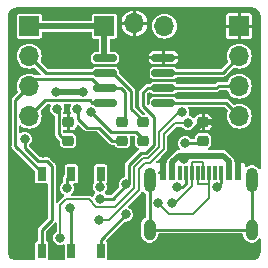
<source format=gbr>
%TF.GenerationSoftware,KiCad,Pcbnew,7.0.7*%
%TF.CreationDate,2024-07-11T11:51:31-04:00*%
%TF.ProjectId,attiny412_breakout,61747469-6e79-4343-9132-5f627265616b,1.0*%
%TF.SameCoordinates,Original*%
%TF.FileFunction,Copper,L1,Top*%
%TF.FilePolarity,Positive*%
%FSLAX46Y46*%
G04 Gerber Fmt 4.6, Leading zero omitted, Abs format (unit mm)*
G04 Created by KiCad (PCBNEW 7.0.7) date 2024-07-11 11:51:31*
%MOMM*%
%LPD*%
G01*
G04 APERTURE LIST*
G04 Aperture macros list*
%AMRoundRect*
0 Rectangle with rounded corners*
0 $1 Rounding radius*
0 $2 $3 $4 $5 $6 $7 $8 $9 X,Y pos of 4 corners*
0 Add a 4 corners polygon primitive as box body*
4,1,4,$2,$3,$4,$5,$6,$7,$8,$9,$2,$3,0*
0 Add four circle primitives for the rounded corners*
1,1,$1+$1,$2,$3*
1,1,$1+$1,$4,$5*
1,1,$1+$1,$6,$7*
1,1,$1+$1,$8,$9*
0 Add four rect primitives between the rounded corners*
20,1,$1+$1,$2,$3,$4,$5,0*
20,1,$1+$1,$4,$5,$6,$7,0*
20,1,$1+$1,$6,$7,$8,$9,0*
20,1,$1+$1,$8,$9,$2,$3,0*%
G04 Aperture macros list end*
%TA.AperFunction,SMDPad,CuDef*%
%ADD10RoundRect,0.150000X-0.825000X-0.150000X0.825000X-0.150000X0.825000X0.150000X-0.825000X0.150000X0*%
%TD*%
%TA.AperFunction,SMDPad,CuDef*%
%ADD11R,0.700000X1.200000*%
%TD*%
%TA.AperFunction,ComponentPad*%
%ADD12R,1.700000X1.700000*%
%TD*%
%TA.AperFunction,ComponentPad*%
%ADD13O,1.700000X1.700000*%
%TD*%
%TA.AperFunction,SMDPad,CuDef*%
%ADD14R,0.600000X1.240000*%
%TD*%
%TA.AperFunction,SMDPad,CuDef*%
%ADD15R,0.300000X1.240000*%
%TD*%
%TA.AperFunction,ComponentPad*%
%ADD16O,1.000000X1.800000*%
%TD*%
%TA.AperFunction,ComponentPad*%
%ADD17O,1.000000X2.100000*%
%TD*%
%TA.AperFunction,SMDPad,CuDef*%
%ADD18RoundRect,0.218750X-0.256250X0.218750X-0.256250X-0.218750X0.256250X-0.218750X0.256250X0.218750X0*%
%TD*%
%TA.AperFunction,ViaPad*%
%ADD19C,0.800000*%
%TD*%
%TA.AperFunction,Conductor*%
%ADD20C,0.250000*%
%TD*%
%TA.AperFunction,Conductor*%
%ADD21C,0.200000*%
%TD*%
%TA.AperFunction,Conductor*%
%ADD22C,0.500000*%
%TD*%
G04 APERTURE END LIST*
D10*
%TO.P,U2,1,VCC*%
%TO.N,+3V3*%
X146115000Y-94615000D03*
%TO.P,U2,2,PA6*%
%TO.N,TXO*%
X146115000Y-95885000D03*
%TO.P,U2,3,PA7*%
%TO.N,RXI*%
X146115000Y-97155000D03*
%TO.P,U2,4,PA1*%
%TO.N,PA1*%
X146115000Y-98425000D03*
%TO.P,U2,5,PA2*%
%TO.N,PA2*%
X151065000Y-98425000D03*
%TO.P,U2,6,~{RESET}/PA0*%
%TO.N,UPDI*%
X151065000Y-97155000D03*
%TO.P,U2,7,PA3*%
%TO.N,PA3*%
X151065000Y-95885000D03*
%TO.P,U2,8,GND*%
%TO.N,GND*%
X151065000Y-94615000D03*
%TD*%
D11*
%TO.P,SW1,1,A*%
%TO.N,RXI*%
X140756000Y-104446000D03*
%TO.P,SW1,2,B*%
%TO.N,Net-(SW1A-B)*%
X143256000Y-104446000D03*
%TO.P,SW1,3,C*%
%TO.N,Net-(SW1A-C)*%
X145756000Y-104446000D03*
%TO.P,SW1,4,A*%
%TO.N,TXO*%
X140756000Y-110946000D03*
%TO.P,SW1,5,B*%
%TO.N,Net-(SW1B-B)*%
X143256000Y-110946000D03*
%TO.P,SW1,6,C*%
%TO.N,UPDI*%
X145756000Y-110946000D03*
%TD*%
D12*
%TO.P,J4,1,Pin_1*%
%TO.N,+3V3*%
X146065000Y-91948000D03*
D13*
%TO.P,J4,2,Pin_2*%
%TO.N,GND*%
X148605000Y-91694000D03*
%TO.P,J4,3,Pin_3*%
%TO.N,UPDI*%
X151145000Y-91948000D03*
%TD*%
D12*
%TO.P,J3,1,Pin_1*%
%TO.N,GND*%
X157480000Y-91948000D03*
D13*
%TO.P,J3,2,Pin_2*%
%TO.N,PA3*%
X157480000Y-94488000D03*
%TO.P,J3,3,Pin_3*%
%TO.N,UPDI*%
X157480000Y-97028000D03*
%TO.P,J3,4,Pin_4*%
%TO.N,PA2*%
X157480000Y-99568000D03*
%TD*%
D12*
%TO.P,J2,1,Pin_1*%
%TO.N,+3V3*%
X139700000Y-91948000D03*
D13*
%TO.P,J2,2,Pin_2*%
%TO.N,TXO*%
X139700000Y-94488000D03*
%TO.P,J2,3,Pin_3*%
%TO.N,RXI*%
X139700000Y-97028000D03*
%TO.P,J2,4,Pin_4*%
%TO.N,PA1*%
X139700000Y-99568000D03*
%TD*%
D14*
%TO.P,J1,A1,GND*%
%TO.N,GND*%
X151001600Y-104368694D03*
%TO.P,J1,A4,VBUS*%
%TO.N,Net-(F1-Pad1)*%
X151801600Y-104368694D03*
D15*
%TO.P,J1,A5,CC1*%
%TO.N,Net-(J1-CC1)*%
X152951600Y-104368694D03*
%TO.P,J1,A6,D+*%
%TO.N,D+*%
X153951600Y-104368694D03*
%TO.P,J1,A7,D-*%
%TO.N,D-*%
X154451600Y-104368694D03*
%TO.P,J1,A8,SBU1*%
%TO.N,unconnected-(J1-SBU1-PadA8)*%
X155451600Y-104368694D03*
D14*
%TO.P,J1,A9,VBUS*%
%TO.N,Net-(F1-Pad1)*%
X156601600Y-104368694D03*
%TO.P,J1,A12,GND*%
%TO.N,GND*%
X157401600Y-104368694D03*
%TO.P,J1,B1,GND*%
X157401600Y-104368694D03*
%TO.P,J1,B4,VBUS*%
%TO.N,Net-(F1-Pad1)*%
X156601600Y-104368694D03*
D15*
%TO.P,J1,B5,CC2*%
%TO.N,Net-(J1-CC2)*%
X155951600Y-104368694D03*
%TO.P,J1,B6,D+*%
%TO.N,D+*%
X154951600Y-104368694D03*
%TO.P,J1,B7,D-*%
%TO.N,D-*%
X153451600Y-104368694D03*
%TO.P,J1,B8,SBU2*%
%TO.N,unconnected-(J1-SBU2-PadB8)*%
X152451600Y-104368694D03*
D14*
%TO.P,J1,B9,VBUS*%
%TO.N,Net-(F1-Pad1)*%
X151801600Y-104368694D03*
%TO.P,J1,B12,GND*%
%TO.N,GND*%
X151001600Y-104368694D03*
D16*
%TO.P,J1,S1,SHIELD*%
%TO.N,GND1*%
X149881600Y-109168694D03*
D17*
X149881600Y-104968694D03*
X158521600Y-104968694D03*
D16*
X158521600Y-109168694D03*
%TD*%
D18*
%TO.P,D4,2,A*%
%TO.N,Net-(D4-A)*%
X147574000Y-101651000D03*
%TO.P,D4,1,K*%
%TO.N,RXI*%
X147574000Y-100076000D03*
%TD*%
%TO.P,D3,1,K*%
%TO.N,TXO*%
X149352000Y-100076000D03*
%TO.P,D3,2,A*%
%TO.N,Net-(D3-A)*%
X149352000Y-101651000D03*
%TD*%
%TO.P,D2,1,K*%
%TO.N,GND*%
X154432000Y-100076000D03*
%TO.P,D2,2,A*%
%TO.N,Net-(D2-A)*%
X154432000Y-101651000D03*
%TD*%
%TO.P,D1,2,A*%
%TO.N,Net-(D1-A)*%
X143002000Y-101651000D03*
%TO.P,D1,1,K*%
%TO.N,GND*%
X143002000Y-100076000D03*
%TD*%
D19*
%TO.N,Net-(D3-A)*%
X144965605Y-99250662D03*
%TO.N,Net-(D4-A)*%
X143773000Y-98932500D03*
%TO.N,Net-(D1-A)*%
X142073500Y-98932500D03*
%TO.N,UPDI*%
X147883939Y-107878939D03*
X147871500Y-105346500D03*
%TO.N,GND*%
X139192000Y-104267000D03*
X138938000Y-109093000D03*
%TO.N,TXO*%
X139319000Y-101473000D03*
%TO.N,VBUS*%
X144272000Y-97483500D03*
X141986000Y-97483500D03*
%TO.N,GND*%
X140882500Y-102653500D03*
X142240000Y-110998000D03*
%TO.N,UD+*%
X153162000Y-100154500D03*
%TO.N,UD-*%
X152654000Y-99187000D03*
X142329443Y-109856127D03*
%TO.N,GND*%
X148082000Y-109728000D03*
%TO.N,D-*%
X151765000Y-106934000D03*
%TO.N,D+*%
X150622000Y-106917000D03*
%TO.N,UPDI*%
X145669000Y-106536503D03*
%TO.N,Net-(SW1A-C)*%
X145669000Y-105537000D03*
%TO.N,UD+*%
X145612973Y-108315024D03*
%TO.N,Net-(D2-A)*%
X152908000Y-101854000D03*
%TO.N,Net-(SW1A-B)*%
X142912500Y-105664000D03*
%TO.N,Net-(SW1B-B)*%
X143129000Y-107315000D03*
%TO.N,Net-(F1-Pad1)*%
X152768336Y-103150116D03*
%TO.N,Net-(J1-CC2)*%
X155601100Y-105588196D03*
%TO.N,Net-(J1-CC1)*%
X152213657Y-105581710D03*
%TD*%
D20*
%TO.N,Net-(D4-A)*%
X146729547Y-101651000D02*
X147828000Y-101651000D01*
X145602273Y-100523726D02*
X146729547Y-101651000D01*
X144592726Y-100523726D02*
X145602273Y-100523726D01*
X143814800Y-98974300D02*
X143814800Y-99771200D01*
X143840200Y-99771200D02*
X144592726Y-100523726D01*
X143773000Y-98932500D02*
X143814800Y-98974300D01*
X143814800Y-99771200D02*
X143840200Y-99771200D01*
%TO.N,RXI*%
X139700000Y-97028000D02*
X138525000Y-98203000D01*
X138525000Y-98203000D02*
X138525000Y-102077396D01*
X138525000Y-102077396D02*
X140756000Y-104308396D01*
X140756000Y-104308396D02*
X140756000Y-104446000D01*
%TO.N,UPDI*%
X145756000Y-110006878D02*
X145756000Y-110946000D01*
X147883939Y-107878939D02*
X145756000Y-110006878D01*
D21*
%TO.N,UD+*%
X151998186Y-100154500D02*
X153162000Y-100154500D01*
X151104000Y-101048686D02*
X151998186Y-100154500D01*
X151104000Y-102309704D02*
X151104000Y-101048686D01*
X148971000Y-105802635D02*
X148971000Y-104013000D01*
X148971000Y-104013000D02*
X149491500Y-103492500D01*
X149921205Y-103492500D02*
X151104000Y-102309704D01*
X145628949Y-108331000D02*
X146442635Y-108331000D01*
X146442635Y-108331000D02*
X148971000Y-105802635D01*
X145612973Y-108315024D02*
X145628949Y-108331000D01*
X149491500Y-103492500D02*
X149921205Y-103492500D01*
%TO.N,UD-*%
X152400000Y-99187000D02*
X152654000Y-99187000D01*
X150704000Y-100883000D02*
X152400000Y-99187000D01*
X150704000Y-102144019D02*
X150704000Y-100883000D01*
X149755519Y-103092500D02*
X150704000Y-102144019D01*
X149325814Y-103092500D02*
X149755519Y-103092500D01*
X148571000Y-103847314D02*
X149325814Y-103092500D01*
X145379050Y-107236503D02*
X146971447Y-107236503D01*
X144757547Y-106615000D02*
X145379050Y-107236503D01*
X142839050Y-106615000D02*
X144757547Y-106615000D01*
X142326787Y-107127263D02*
X142839050Y-106615000D01*
X148571000Y-105636950D02*
X148571000Y-103847314D01*
X142326787Y-109853471D02*
X142326787Y-107127263D01*
X142329443Y-109856127D02*
X142326787Y-109853471D01*
X146971447Y-107236503D02*
X148571000Y-105636950D01*
D20*
%TO.N,UPDI*%
X148018500Y-105346500D02*
X147871500Y-105346500D01*
X148018500Y-105346500D02*
X148146000Y-105219000D01*
X146828497Y-106536503D02*
X148018500Y-105346500D01*
X149733000Y-97155000D02*
X151065000Y-97155000D01*
X149352000Y-98679000D02*
X149352000Y-97536000D01*
X149149774Y-102667500D02*
X149579479Y-102667500D01*
X150279000Y-101967979D02*
X150279000Y-99606000D01*
X148146000Y-103671274D02*
X149149774Y-102667500D01*
X149352000Y-97536000D02*
X149733000Y-97155000D01*
X148146000Y-105219000D02*
X148146000Y-103671274D01*
X149579479Y-102667500D02*
X150279000Y-101967979D01*
X150279000Y-99606000D02*
X149352000Y-98679000D01*
X145669000Y-106536503D02*
X146828497Y-106536503D01*
%TO.N,GND1*%
X158521600Y-109168694D02*
X149881600Y-109168694D01*
X158521600Y-104968694D02*
X158521600Y-109168694D01*
X149881600Y-104968694D02*
X149881600Y-109168694D01*
%TO.N,TXO*%
X139319000Y-102235000D02*
X139319000Y-101473000D01*
X139573000Y-102489000D02*
X139319000Y-102235000D01*
X140462000Y-103378000D02*
X139573000Y-102489000D01*
D22*
%TO.N,GND*%
X157401600Y-102283600D02*
X157401600Y-104368694D01*
X155194000Y-100076000D02*
X157401600Y-102283600D01*
X154432000Y-100076000D02*
X155194000Y-100076000D01*
X154432000Y-100086582D02*
X154432000Y-100076000D01*
X153514582Y-101004000D02*
X154432000Y-100086582D01*
X152555918Y-101004000D02*
X153514582Y-101004000D01*
D20*
%TO.N,TXO*%
X140756000Y-109180000D02*
X140756000Y-110946000D01*
X141605000Y-108331000D02*
X140756000Y-109180000D01*
X141605000Y-103759000D02*
X141605000Y-108331000D01*
X141224000Y-103378000D02*
X141605000Y-103759000D01*
X140462000Y-103378000D02*
X141224000Y-103378000D01*
D22*
%TO.N,VBUS*%
X141986000Y-97483500D02*
X144272000Y-97483500D01*
D20*
%TO.N,PA1*%
X145034000Y-98425000D02*
X146115000Y-98425000D01*
X144817000Y-98208000D02*
X145034000Y-98425000D01*
X141060000Y-98208000D02*
X144817000Y-98208000D01*
X139700000Y-99568000D02*
X141060000Y-98208000D01*
%TO.N,RXI*%
X140335000Y-96393000D02*
X139700000Y-97028000D01*
X144976249Y-96393000D02*
X140335000Y-96393000D01*
X145738249Y-97155000D02*
X144976249Y-96393000D01*
X146115000Y-97155000D02*
X145738249Y-97155000D01*
%TO.N,Net-(D1-A)*%
X142202000Y-101105000D02*
X143002000Y-101905000D01*
X142240000Y-98933000D02*
X142202000Y-98971000D01*
X142202000Y-98971000D02*
X142202000Y-101105000D01*
D22*
%TO.N,+3V3*%
X146065000Y-94565000D02*
X146115000Y-94615000D01*
X146065000Y-91948000D02*
X146065000Y-94565000D01*
D20*
%TO.N,Net-(J1-CC2)*%
X155601100Y-105588196D02*
X155951600Y-105237696D01*
X155951600Y-105237696D02*
X155951600Y-104368694D01*
D22*
%TO.N,GND*%
X152058000Y-101501918D02*
X152555918Y-101004000D01*
X152058000Y-102133522D02*
X152058000Y-101501918D01*
X151001600Y-103189922D02*
X152058000Y-102133522D01*
X151001600Y-104368694D02*
X151001600Y-103189922D01*
D20*
%TO.N,TXO*%
X148336000Y-98933000D02*
X148336000Y-97407604D01*
X149479000Y-100076000D02*
X148336000Y-98933000D01*
%TO.N,RXI*%
X147828000Y-100076000D02*
X147828000Y-97536000D01*
%TO.N,Net-(D3-A)*%
X148716500Y-100888500D02*
X146603443Y-100888500D01*
X146603443Y-100888500D02*
X144965605Y-99250662D01*
X149479000Y-101651000D02*
X148716500Y-100888500D01*
D22*
%TO.N,Net-(F1-Pad1)*%
X156111694Y-102898694D02*
X156601600Y-103388600D01*
X156601600Y-103388600D02*
X156601600Y-104368694D01*
X151801600Y-103468400D02*
X152371306Y-102898694D01*
X151801600Y-104368694D02*
X151801600Y-103468400D01*
X152371306Y-102898694D02*
X156111694Y-102898694D01*
X152768336Y-103150116D02*
X152619758Y-103298694D01*
D20*
%TO.N,UPDI*%
X145669000Y-106536503D02*
X145521497Y-106389000D01*
D22*
%TO.N,GND*%
X151001600Y-104368694D02*
X150915000Y-104282094D01*
D20*
%TO.N,Net-(SW1A-C)*%
X145669000Y-104533000D02*
X145756000Y-104446000D01*
X145669000Y-105537000D02*
X145669000Y-104533000D01*
%TO.N,TXO*%
X146813396Y-95885000D02*
X146115000Y-95885000D01*
X148336000Y-97407604D02*
X146813396Y-95885000D01*
%TO.N,Net-(SW1B-B)*%
X143256000Y-107442000D02*
X143256000Y-110946000D01*
X143129000Y-107315000D02*
X143256000Y-107442000D01*
D21*
%TO.N,D-*%
X151765000Y-106934000D02*
X152019000Y-106934000D01*
X152019000Y-106934000D02*
X153451600Y-105501400D01*
X153451600Y-105501400D02*
X153451600Y-104368694D01*
%TO.N,D+*%
X154901600Y-106464400D02*
X154901600Y-105288694D01*
X153543000Y-107823000D02*
X154901600Y-106464400D01*
X151528000Y-107823000D02*
X153543000Y-107823000D01*
X150622000Y-106917000D02*
X151528000Y-107823000D01*
X150622000Y-106917000D02*
X150732000Y-106807000D01*
%TO.N,D-*%
X153501600Y-103448694D02*
X153451600Y-103498694D01*
X154401600Y-103448694D02*
X153501600Y-103448694D01*
X154451600Y-103498694D02*
X154401600Y-103448694D01*
X153451600Y-103498694D02*
X153451600Y-104368694D01*
X154451600Y-104368694D02*
X154451600Y-103498694D01*
%TO.N,D+*%
X154951600Y-105238694D02*
X154951600Y-104368694D01*
X154901600Y-105288694D02*
X154951600Y-105238694D01*
X154001600Y-105288694D02*
X154901600Y-105288694D01*
X153951600Y-105238694D02*
X154001600Y-105288694D01*
X153951600Y-104368694D02*
X153951600Y-105238694D01*
D20*
%TO.N,PA2*%
X156337000Y-98425000D02*
X157480000Y-99568000D01*
X151065000Y-98425000D02*
X156337000Y-98425000D01*
%TO.N,UPDI*%
X155702000Y-97028000D02*
X157480000Y-97028000D01*
X155575000Y-97155000D02*
X155702000Y-97028000D01*
X151065000Y-97155000D02*
X155575000Y-97155000D01*
%TO.N,PA3*%
X151065000Y-95885000D02*
X156083000Y-95885000D01*
X156083000Y-95885000D02*
X157480000Y-94488000D01*
D22*
%TO.N,+3V3*%
X139700000Y-91948000D02*
X146065000Y-91948000D01*
D20*
%TO.N,TXO*%
X141097000Y-95885000D02*
X139700000Y-94488000D01*
X146115000Y-95885000D02*
X141097000Y-95885000D01*
%TO.N,RXI*%
X147447000Y-97155000D02*
X146115000Y-97155000D01*
X147828000Y-97536000D02*
X147447000Y-97155000D01*
%TO.N,Net-(D2-A)*%
X154381000Y-101854000D02*
X154432000Y-101905000D01*
X152908000Y-101854000D02*
X154381000Y-101854000D01*
%TO.N,Net-(SW1A-B)*%
X142912500Y-104789500D02*
X143256000Y-104446000D01*
X142912500Y-105664000D02*
X142912500Y-104789500D01*
%TO.N,Net-(J1-CC1)*%
X152658584Y-105581710D02*
X152213657Y-105581710D01*
X152951600Y-105288694D02*
X152658584Y-105581710D01*
X152951600Y-104368694D02*
X152951600Y-105288694D01*
%TD*%
%TA.AperFunction,Conductor*%
%TO.N,GND*%
G36*
X158592424Y-90353633D02*
G01*
X158658798Y-90360170D01*
X158716764Y-90365879D01*
X158735796Y-90369665D01*
X158848361Y-90403810D01*
X158866281Y-90411233D01*
X158970027Y-90466686D01*
X158986155Y-90477462D01*
X159077090Y-90552090D01*
X159090810Y-90565810D01*
X159165432Y-90656737D01*
X159176214Y-90672874D01*
X159231661Y-90776608D01*
X159239088Y-90794538D01*
X159273233Y-90907099D01*
X159277019Y-90926132D01*
X159289261Y-91050411D01*
X159289500Y-91055266D01*
X159289500Y-103980352D01*
X159270593Y-104038543D01*
X159221093Y-104074507D01*
X159159907Y-104074507D01*
X159110407Y-104038543D01*
X159109025Y-104036591D01*
X159096753Y-104018812D01*
X159049783Y-103950765D01*
X158922452Y-103837960D01*
X158771825Y-103758904D01*
X158771824Y-103758903D01*
X158771823Y-103758903D01*
X158606658Y-103718194D01*
X158606656Y-103718194D01*
X158436544Y-103718194D01*
X158436541Y-103718194D01*
X158271376Y-103758903D01*
X158120743Y-103837962D01*
X158116247Y-103841946D01*
X158060152Y-103866380D01*
X158000408Y-103853176D01*
X157959836Y-103807376D01*
X157951600Y-103767842D01*
X157951600Y-103724071D01*
X157951599Y-103724069D01*
X157937093Y-103651147D01*
X157937092Y-103651145D01*
X157881841Y-103568456D01*
X157881837Y-103568452D01*
X157799148Y-103513201D01*
X157799146Y-103513200D01*
X157726224Y-103498694D01*
X157526601Y-103498694D01*
X157526600Y-103498695D01*
X157526600Y-104394694D01*
X157507693Y-104452885D01*
X157458193Y-104488849D01*
X157427600Y-104493694D01*
X157201100Y-104493694D01*
X157142909Y-104474787D01*
X157106945Y-104425287D01*
X157102100Y-104394694D01*
X157102100Y-104342694D01*
X157121007Y-104284503D01*
X157170507Y-104248539D01*
X157201100Y-104243694D01*
X157276599Y-104243694D01*
X157276600Y-104243693D01*
X157276600Y-103498695D01*
X157276599Y-103498694D01*
X157153327Y-103498694D01*
X157095136Y-103479787D01*
X157059172Y-103430287D01*
X157054949Y-103388610D01*
X157056870Y-103371565D01*
X157045810Y-103313111D01*
X157036948Y-103254313D01*
X157036947Y-103254310D01*
X157034762Y-103247226D01*
X157035183Y-103247095D01*
X157034489Y-103244986D01*
X157034074Y-103245132D01*
X157031623Y-103238127D01*
X157003822Y-103185526D01*
X156978026Y-103131960D01*
X156973846Y-103125829D01*
X156974210Y-103125580D01*
X156972924Y-103123769D01*
X156972570Y-103124031D01*
X156968166Y-103118063D01*
X156926116Y-103076013D01*
X156885656Y-103032406D01*
X156879858Y-103027783D01*
X156880132Y-103027439D01*
X156868997Y-103018894D01*
X156450096Y-102599992D01*
X156446394Y-102595849D01*
X156421573Y-102564724D01*
X156372422Y-102531213D01*
X156324576Y-102495901D01*
X156324573Y-102495899D01*
X156318016Y-102492434D01*
X156318220Y-102492046D01*
X156316238Y-102491046D01*
X156316049Y-102491440D01*
X156309367Y-102488222D01*
X156252516Y-102470686D01*
X156196394Y-102451048D01*
X156189108Y-102449670D01*
X156189189Y-102449238D01*
X156186996Y-102448865D01*
X156186931Y-102449299D01*
X156179597Y-102448194D01*
X156179596Y-102448194D01*
X156120121Y-102448194D01*
X156100308Y-102447452D01*
X156060684Y-102445970D01*
X156060683Y-102445970D01*
X156060682Y-102445970D01*
X156053309Y-102446801D01*
X156053259Y-102446362D01*
X156039350Y-102448194D01*
X154888832Y-102448194D01*
X154830641Y-102429287D01*
X154794677Y-102379787D01*
X154794677Y-102318601D01*
X154830641Y-102269101D01*
X154843886Y-102260985D01*
X154856966Y-102254320D01*
X154937751Y-102213158D01*
X155031658Y-102119251D01*
X155091951Y-102000920D01*
X155107500Y-101902746D01*
X155107500Y-101399254D01*
X155107499Y-101399250D01*
X155098121Y-101340038D01*
X155091951Y-101301080D01*
X155031658Y-101182749D01*
X154937751Y-101088842D01*
X154901223Y-101070230D01*
X154819423Y-101028550D01*
X154819420Y-101028549D01*
X154792012Y-101024208D01*
X154721249Y-101013000D01*
X154721246Y-101013000D01*
X154142754Y-101013000D01*
X154142751Y-101013000D01*
X154044580Y-101028549D01*
X154044576Y-101028550D01*
X153926250Y-101088841D01*
X153832341Y-101182750D01*
X153772050Y-101301076D01*
X153772049Y-101301080D01*
X153756500Y-101399251D01*
X153756500Y-101429500D01*
X153737593Y-101487691D01*
X153688093Y-101523655D01*
X153657500Y-101528500D01*
X153463970Y-101528500D01*
X153405779Y-101509593D01*
X153385428Y-101489767D01*
X153372562Y-101473000D01*
X153336282Y-101425718D01*
X153336277Y-101425714D01*
X153336276Y-101425713D01*
X153264985Y-101371010D01*
X153210841Y-101329464D01*
X153210840Y-101329463D01*
X153210838Y-101329462D01*
X153064766Y-101268957D01*
X153064758Y-101268955D01*
X152908001Y-101248318D01*
X152907999Y-101248318D01*
X152751241Y-101268955D01*
X152751233Y-101268957D01*
X152605161Y-101329462D01*
X152605160Y-101329462D01*
X152479723Y-101425713D01*
X152479713Y-101425723D01*
X152383462Y-101551160D01*
X152383462Y-101551161D01*
X152322957Y-101697233D01*
X152322955Y-101697241D01*
X152302318Y-101853999D01*
X152302318Y-101854000D01*
X152322955Y-102010758D01*
X152322957Y-102010766D01*
X152383462Y-102156838D01*
X152383462Y-102156839D01*
X152483668Y-102287430D01*
X152481624Y-102288998D01*
X152504404Y-102333707D01*
X152494833Y-102394139D01*
X152451568Y-102437404D01*
X152406623Y-102448194D01*
X152399393Y-102448194D01*
X152393847Y-102447883D01*
X152354271Y-102443424D01*
X152354267Y-102443424D01*
X152295825Y-102454482D01*
X152237020Y-102463344D01*
X152229934Y-102465531D01*
X152229804Y-102465110D01*
X152227695Y-102465804D01*
X152227840Y-102466219D01*
X152220834Y-102468670D01*
X152168233Y-102496471D01*
X152114664Y-102522268D01*
X152108535Y-102526447D01*
X152108290Y-102526087D01*
X152106474Y-102527375D01*
X152106733Y-102527726D01*
X152100764Y-102532131D01*
X152058706Y-102574189D01*
X152015111Y-102614639D01*
X152010485Y-102620440D01*
X152010141Y-102620166D01*
X152001603Y-102631291D01*
X151502901Y-103129993D01*
X151498760Y-103133694D01*
X151467631Y-103158519D01*
X151434119Y-103207671D01*
X151398807Y-103255516D01*
X151395342Y-103262074D01*
X151394953Y-103261868D01*
X151393950Y-103263855D01*
X151394346Y-103264046D01*
X151391128Y-103270727D01*
X151373592Y-103327577D01*
X151353955Y-103383697D01*
X151352576Y-103390987D01*
X151352144Y-103390905D01*
X151351771Y-103393100D01*
X151352205Y-103393166D01*
X151349995Y-103407833D01*
X151348527Y-103407611D01*
X151332193Y-103457885D01*
X151282693Y-103493849D01*
X151252100Y-103498694D01*
X151126601Y-103498694D01*
X151126600Y-103498695D01*
X151126600Y-104394694D01*
X151107693Y-104452885D01*
X151058193Y-104488849D01*
X151027600Y-104493694D01*
X150681100Y-104493694D01*
X150622909Y-104474787D01*
X150586945Y-104425287D01*
X150582100Y-104394694D01*
X150582100Y-104376325D01*
X150582099Y-104376312D01*
X150579466Y-104354628D01*
X150591221Y-104294583D01*
X150636024Y-104252914D01*
X150677744Y-104243694D01*
X150876599Y-104243694D01*
X150876600Y-104243693D01*
X150876600Y-103498695D01*
X150876599Y-103498694D01*
X150676975Y-103498694D01*
X150604053Y-103513200D01*
X150604050Y-103513201D01*
X150600269Y-103515728D01*
X150541381Y-103532334D01*
X150483978Y-103511154D01*
X150449987Y-103460279D01*
X150452391Y-103399141D01*
X150475265Y-103363408D01*
X151270405Y-102568268D01*
X151281664Y-102560197D01*
X151280905Y-102559191D01*
X151288221Y-102553665D01*
X151288228Y-102553662D01*
X151320632Y-102518115D01*
X151322186Y-102516487D01*
X151336174Y-102502501D01*
X151338181Y-102499569D01*
X151342440Y-102494194D01*
X151343470Y-102493064D01*
X151363916Y-102470637D01*
X151367465Y-102461474D01*
X151378106Y-102441286D01*
X151383656Y-102433185D01*
X151390955Y-102402147D01*
X151392977Y-102395618D01*
X151404500Y-102365877D01*
X151404500Y-102356052D01*
X151407129Y-102333387D01*
X151409379Y-102323823D01*
X151404975Y-102292250D01*
X151404500Y-102285403D01*
X151404500Y-101214165D01*
X151423407Y-101155974D01*
X151433496Y-101144161D01*
X152093661Y-100483996D01*
X152148178Y-100456219D01*
X152163665Y-100455000D01*
X152586846Y-100455000D01*
X152645037Y-100473907D01*
X152665388Y-100493733D01*
X152721835Y-100567296D01*
X152733718Y-100582782D01*
X152859159Y-100679036D01*
X152859160Y-100679036D01*
X152859161Y-100679037D01*
X152943234Y-100713861D01*
X153005238Y-100739544D01*
X153122809Y-100755022D01*
X153161999Y-100760182D01*
X153162000Y-100760182D01*
X153162001Y-100760182D01*
X153193352Y-100756054D01*
X153318762Y-100739544D01*
X153464841Y-100679036D01*
X153590282Y-100582782D01*
X153620025Y-100544019D01*
X153670447Y-100509364D01*
X153731611Y-100510965D01*
X153778221Y-100545499D01*
X153840545Y-100629945D01*
X153840553Y-100629953D01*
X153954240Y-100713858D01*
X153954246Y-100713861D01*
X154087615Y-100760529D01*
X154087624Y-100760531D01*
X154119271Y-100763499D01*
X154119276Y-100763500D01*
X154306999Y-100763500D01*
X154307000Y-100763499D01*
X154557000Y-100763499D01*
X154557001Y-100763500D01*
X154744724Y-100763500D01*
X154744728Y-100763499D01*
X154776375Y-100760531D01*
X154776384Y-100760529D01*
X154909753Y-100713861D01*
X154909759Y-100713858D01*
X155023446Y-100629953D01*
X155023453Y-100629946D01*
X155107358Y-100516259D01*
X155107361Y-100516253D01*
X155154029Y-100382884D01*
X155154031Y-100382875D01*
X155156999Y-100351228D01*
X155157000Y-100351223D01*
X155157000Y-100201001D01*
X155156999Y-100201000D01*
X154557001Y-100201000D01*
X154557000Y-100201001D01*
X154557000Y-100763499D01*
X154307000Y-100763499D01*
X154307000Y-100763498D01*
X154307000Y-99950999D01*
X154557000Y-99950999D01*
X154557001Y-99951000D01*
X155156999Y-99951000D01*
X155157000Y-99950999D01*
X155157000Y-99800776D01*
X155156999Y-99800771D01*
X155154031Y-99769124D01*
X155154029Y-99769115D01*
X155107361Y-99635746D01*
X155107358Y-99635740D01*
X155023453Y-99522053D01*
X155023446Y-99522046D01*
X154909759Y-99438141D01*
X154909753Y-99438138D01*
X154776384Y-99391470D01*
X154776375Y-99391468D01*
X154744728Y-99388500D01*
X154557001Y-99388500D01*
X154557000Y-99388501D01*
X154557000Y-99950999D01*
X154307000Y-99950999D01*
X154307000Y-99388500D01*
X154119271Y-99388500D01*
X154087624Y-99391468D01*
X154087615Y-99391470D01*
X153954246Y-99438138D01*
X153954240Y-99438141D01*
X153840553Y-99522046D01*
X153840546Y-99522053D01*
X153756641Y-99635740D01*
X153756639Y-99635744D01*
X153741651Y-99678578D01*
X153704585Y-99727258D01*
X153645985Y-99744854D01*
X153588233Y-99724645D01*
X153587940Y-99724421D01*
X153528196Y-99678578D01*
X153464841Y-99629964D01*
X153464840Y-99629963D01*
X153464838Y-99629962D01*
X153318766Y-99569457D01*
X153318759Y-99569455D01*
X153282428Y-99564672D01*
X153227203Y-99538330D01*
X153198009Y-99484558D01*
X153203887Y-99428637D01*
X153239044Y-99343762D01*
X153259682Y-99187000D01*
X153239044Y-99030238D01*
X153239042Y-99030233D01*
X153179873Y-98887385D01*
X153175072Y-98826389D01*
X153207042Y-98774220D01*
X153263570Y-98750805D01*
X153271337Y-98750500D01*
X156161166Y-98750500D01*
X156219357Y-98769407D01*
X156231170Y-98779496D01*
X156491497Y-99039823D01*
X156519274Y-99094340D01*
X156509703Y-99154772D01*
X156508807Y-99156489D01*
X156504770Y-99164041D01*
X156504766Y-99164052D01*
X156444699Y-99362065D01*
X156444698Y-99362070D01*
X156424417Y-99567996D01*
X156424417Y-99568003D01*
X156444698Y-99773929D01*
X156444699Y-99773934D01*
X156504768Y-99971954D01*
X156602316Y-100154452D01*
X156733585Y-100314404D01*
X156733590Y-100314410D01*
X156762838Y-100338413D01*
X156893547Y-100445683D01*
X156893548Y-100445683D01*
X156893550Y-100445685D01*
X157076046Y-100543232D01*
X157206440Y-100582786D01*
X157274065Y-100603300D01*
X157274070Y-100603301D01*
X157479997Y-100623583D01*
X157480000Y-100623583D01*
X157480003Y-100623583D01*
X157685929Y-100603301D01*
X157685934Y-100603300D01*
X157685934Y-100603299D01*
X157883954Y-100543232D01*
X158066450Y-100445685D01*
X158226410Y-100314410D01*
X158357685Y-100154450D01*
X158455232Y-99971954D01*
X158515300Y-99773934D01*
X158515301Y-99773929D01*
X158535583Y-99568003D01*
X158535583Y-99567996D01*
X158515301Y-99362070D01*
X158515300Y-99362065D01*
X158481506Y-99250662D01*
X158455232Y-99164046D01*
X158357685Y-98981550D01*
X158330004Y-98947821D01*
X158226414Y-98821595D01*
X158226410Y-98821590D01*
X158205753Y-98804637D01*
X158066452Y-98690316D01*
X157883954Y-98592768D01*
X157685934Y-98532699D01*
X157685929Y-98532698D01*
X157480003Y-98512417D01*
X157479997Y-98512417D01*
X157274070Y-98532698D01*
X157274065Y-98532699D01*
X157076052Y-98592766D01*
X157076049Y-98592767D01*
X157076046Y-98592768D01*
X157076044Y-98592768D01*
X157076041Y-98592770D01*
X157068489Y-98596807D01*
X157008255Y-98607558D01*
X156953206Y-98580852D01*
X156951823Y-98579497D01*
X156578741Y-98206414D01*
X156575822Y-98203229D01*
X156549456Y-98171806D01*
X156526818Y-98158736D01*
X156513918Y-98151288D01*
X156510288Y-98148975D01*
X156476684Y-98125446D01*
X156476679Y-98125443D01*
X156475224Y-98125054D01*
X156451348Y-98115164D01*
X156450045Y-98114411D01*
X156409652Y-98107289D01*
X156405436Y-98106354D01*
X156379153Y-98099312D01*
X156365807Y-98095736D01*
X156365806Y-98095736D01*
X156361381Y-98096123D01*
X156324926Y-98099312D01*
X156320626Y-98099500D01*
X152251188Y-98099500D01*
X152192997Y-98080593D01*
X152181184Y-98070504D01*
X152179198Y-98068518D01*
X152179198Y-98068517D01*
X152096483Y-97985802D01*
X152053081Y-97964584D01*
X151991395Y-97934427D01*
X151964139Y-97930456D01*
X151923260Y-97924500D01*
X150206740Y-97924500D01*
X150172673Y-97929463D01*
X150138604Y-97934427D01*
X150033518Y-97985801D01*
X149950801Y-98068518D01*
X149899427Y-98173604D01*
X149889500Y-98241743D01*
X149889500Y-98517166D01*
X149870593Y-98575357D01*
X149821093Y-98611321D01*
X149759907Y-98611321D01*
X149720496Y-98587170D01*
X149706496Y-98573170D01*
X149678719Y-98518653D01*
X149677500Y-98503166D01*
X149677500Y-97711833D01*
X149696407Y-97653642D01*
X149706496Y-97641830D01*
X149754128Y-97594198D01*
X149823821Y-97524505D01*
X149878335Y-97496729D01*
X149938767Y-97506300D01*
X149963822Y-97524503D01*
X150033517Y-97594198D01*
X150074948Y-97614452D01*
X150138604Y-97645572D01*
X150138605Y-97645572D01*
X150138607Y-97645573D01*
X150206740Y-97655500D01*
X150206743Y-97655500D01*
X151923257Y-97655500D01*
X151923260Y-97655500D01*
X151991393Y-97645573D01*
X152096483Y-97594198D01*
X152179198Y-97511483D01*
X152179198Y-97511480D01*
X152181184Y-97509496D01*
X152235701Y-97481719D01*
X152251188Y-97480500D01*
X155558626Y-97480500D01*
X155562926Y-97480687D01*
X155603807Y-97484264D01*
X155643452Y-97473640D01*
X155647650Y-97472710D01*
X155688045Y-97465588D01*
X155689345Y-97464838D01*
X155713236Y-97454942D01*
X155713464Y-97454880D01*
X155714684Y-97454554D01*
X155748303Y-97431012D01*
X155751911Y-97428714D01*
X155787455Y-97408194D01*
X155803672Y-97388865D01*
X155855562Y-97356441D01*
X155879513Y-97353500D01*
X156407546Y-97353500D01*
X156465737Y-97372407D01*
X156501701Y-97421907D01*
X156502267Y-97423709D01*
X156504768Y-97431953D01*
X156504769Y-97431956D01*
X156602316Y-97614452D01*
X156709959Y-97745615D01*
X156733590Y-97774410D01*
X156733595Y-97774414D01*
X156893547Y-97905683D01*
X156893548Y-97905683D01*
X156893550Y-97905685D01*
X157076046Y-98003232D01*
X157213996Y-98045078D01*
X157274065Y-98063300D01*
X157274070Y-98063301D01*
X157479997Y-98083583D01*
X157480000Y-98083583D01*
X157480003Y-98083583D01*
X157685929Y-98063301D01*
X157685934Y-98063300D01*
X157685933Y-98063299D01*
X157883954Y-98003232D01*
X158066450Y-97905685D01*
X158226410Y-97774410D01*
X158357685Y-97614450D01*
X158455232Y-97431954D01*
X158515300Y-97233934D01*
X158515301Y-97233929D01*
X158535583Y-97028003D01*
X158535583Y-97027996D01*
X158515301Y-96822070D01*
X158515300Y-96822065D01*
X158485759Y-96724682D01*
X158455232Y-96624046D01*
X158357685Y-96441550D01*
X158335482Y-96414496D01*
X158226414Y-96281595D01*
X158226410Y-96281590D01*
X158144373Y-96214264D01*
X158066452Y-96150316D01*
X157883954Y-96052768D01*
X157685934Y-95992699D01*
X157685929Y-95992698D01*
X157480003Y-95972417D01*
X157479997Y-95972417D01*
X157274070Y-95992698D01*
X157274065Y-95992699D01*
X157076045Y-96052768D01*
X156893547Y-96150316D01*
X156733595Y-96281585D01*
X156733585Y-96281595D01*
X156602316Y-96441547D01*
X156504769Y-96624043D01*
X156504768Y-96624045D01*
X156504768Y-96624046D01*
X156502282Y-96632241D01*
X156467297Y-96682436D01*
X156409488Y-96702481D01*
X156407546Y-96702500D01*
X155718366Y-96702500D01*
X155714065Y-96702312D01*
X155677726Y-96699133D01*
X155673194Y-96698737D01*
X155673189Y-96698737D01*
X155633570Y-96709353D01*
X155629354Y-96710288D01*
X155588956Y-96717411D01*
X155588948Y-96717414D01*
X155587640Y-96718170D01*
X155563786Y-96728051D01*
X155562324Y-96728442D01*
X155562316Y-96728446D01*
X155528716Y-96751972D01*
X155525080Y-96754288D01*
X155519397Y-96757569D01*
X155489544Y-96774805D01*
X155473325Y-96794136D01*
X155421437Y-96826559D01*
X155397487Y-96829500D01*
X152251188Y-96829500D01*
X152192997Y-96810593D01*
X152181184Y-96800504D01*
X152179198Y-96798518D01*
X152179198Y-96798517D01*
X152096483Y-96715802D01*
X152084437Y-96709913D01*
X151991395Y-96664427D01*
X151964139Y-96660456D01*
X151923260Y-96654500D01*
X150206740Y-96654500D01*
X150172673Y-96659463D01*
X150138604Y-96664427D01*
X150033518Y-96715801D01*
X150033517Y-96715801D01*
X150033517Y-96715802D01*
X149950802Y-96798517D01*
X149950801Y-96798518D01*
X149948816Y-96800504D01*
X149894299Y-96828281D01*
X149878812Y-96829500D01*
X149749363Y-96829500D01*
X149745062Y-96829312D01*
X149704193Y-96825737D01*
X149704189Y-96825737D01*
X149664570Y-96836353D01*
X149660354Y-96837288D01*
X149619956Y-96844411D01*
X149619948Y-96844414D01*
X149618640Y-96845170D01*
X149594786Y-96855051D01*
X149593324Y-96855442D01*
X149593314Y-96855447D01*
X149559716Y-96878971D01*
X149556075Y-96881290D01*
X149520545Y-96901804D01*
X149494180Y-96933225D01*
X149491262Y-96936409D01*
X149133419Y-97294253D01*
X149130234Y-97297171D01*
X149098807Y-97323542D01*
X149098806Y-97323544D01*
X149078292Y-97359075D01*
X149075972Y-97362716D01*
X149052446Y-97396316D01*
X149052442Y-97396324D01*
X149052051Y-97397786D01*
X149042170Y-97421640D01*
X149041414Y-97422948D01*
X149041410Y-97422960D01*
X149034287Y-97463349D01*
X149033353Y-97467564D01*
X149022736Y-97507187D01*
X149022736Y-97507193D01*
X149026312Y-97548072D01*
X149026500Y-97552373D01*
X149026500Y-98662625D01*
X149026312Y-98666927D01*
X149022736Y-98707807D01*
X149027065Y-98723964D01*
X149033354Y-98747436D01*
X149034289Y-98751652D01*
X149041411Y-98792045D01*
X149042164Y-98793348D01*
X149052054Y-98817224D01*
X149052443Y-98818679D01*
X149052446Y-98818684D01*
X149075971Y-98852281D01*
X149078292Y-98855924D01*
X149098806Y-98891455D01*
X149130224Y-98917818D01*
X149133410Y-98920737D01*
X149481670Y-99268996D01*
X149509447Y-99323513D01*
X149499876Y-99383945D01*
X149456611Y-99427210D01*
X149411666Y-99438000D01*
X149342334Y-99438000D01*
X149284143Y-99419093D01*
X149272330Y-99409004D01*
X148690496Y-98827170D01*
X148662719Y-98772653D01*
X148661500Y-98757166D01*
X148661500Y-97423968D01*
X148661687Y-97419671D01*
X148665263Y-97378797D01*
X148654638Y-97339148D01*
X148653713Y-97334969D01*
X148646588Y-97294559D01*
X148646588Y-97294558D01*
X148645840Y-97293263D01*
X148635942Y-97269371D01*
X148635554Y-97267920D01*
X148612022Y-97234313D01*
X148609707Y-97230678D01*
X148589193Y-97195148D01*
X148571927Y-97180660D01*
X148557771Y-97168782D01*
X148554594Y-97165870D01*
X147456983Y-96068260D01*
X149889500Y-96068260D01*
X149894647Y-96103587D01*
X149899427Y-96136395D01*
X149949831Y-96239496D01*
X149950802Y-96241483D01*
X150033517Y-96324198D01*
X150087285Y-96350483D01*
X150138604Y-96375572D01*
X150138605Y-96375572D01*
X150138607Y-96375573D01*
X150206740Y-96385500D01*
X150206743Y-96385500D01*
X151923257Y-96385500D01*
X151923260Y-96385500D01*
X151991393Y-96375573D01*
X152096483Y-96324198D01*
X152179198Y-96241483D01*
X152179198Y-96241480D01*
X152181184Y-96239496D01*
X152235701Y-96211719D01*
X152251188Y-96210500D01*
X156066626Y-96210500D01*
X156070926Y-96210687D01*
X156111807Y-96214264D01*
X156151452Y-96203640D01*
X156155650Y-96202710D01*
X156196045Y-96195588D01*
X156197345Y-96194838D01*
X156221236Y-96184942D01*
X156221464Y-96184880D01*
X156222684Y-96184554D01*
X156256303Y-96161012D01*
X156259911Y-96158714D01*
X156295455Y-96138194D01*
X156321827Y-96106763D01*
X156324726Y-96103598D01*
X156951824Y-95476501D01*
X157006340Y-95448725D01*
X157066772Y-95458296D01*
X157068463Y-95459178D01*
X157076046Y-95463232D01*
X157227977Y-95509319D01*
X157274065Y-95523300D01*
X157274070Y-95523301D01*
X157479997Y-95543583D01*
X157480000Y-95543583D01*
X157480003Y-95543583D01*
X157685929Y-95523301D01*
X157685934Y-95523300D01*
X157685934Y-95523299D01*
X157883954Y-95463232D01*
X158066450Y-95365685D01*
X158226410Y-95234410D01*
X158357685Y-95074450D01*
X158455232Y-94891954D01*
X158515300Y-94693934D01*
X158515301Y-94693929D01*
X158535583Y-94488003D01*
X158535583Y-94487996D01*
X158515301Y-94282070D01*
X158515300Y-94282065D01*
X158497078Y-94221997D01*
X158455232Y-94084046D01*
X158357685Y-93901550D01*
X158226410Y-93741590D01*
X158226404Y-93741585D01*
X158066452Y-93610316D01*
X157883954Y-93512768D01*
X157685934Y-93452699D01*
X157685929Y-93452698D01*
X157480003Y-93432417D01*
X157479997Y-93432417D01*
X157274070Y-93452698D01*
X157274065Y-93452699D01*
X157076045Y-93512768D01*
X156893547Y-93610316D01*
X156733595Y-93741585D01*
X156733585Y-93741595D01*
X156602316Y-93901547D01*
X156504768Y-94084045D01*
X156444699Y-94282065D01*
X156444698Y-94282070D01*
X156424417Y-94487996D01*
X156424417Y-94488003D01*
X156444698Y-94693929D01*
X156444699Y-94693934D01*
X156504768Y-94891954D01*
X156504770Y-94891959D01*
X156508803Y-94899504D01*
X156519559Y-94959737D01*
X156492857Y-95014788D01*
X156491497Y-95016175D01*
X155977171Y-95530503D01*
X155922654Y-95558281D01*
X155907167Y-95559500D01*
X152251188Y-95559500D01*
X152192997Y-95540593D01*
X152181184Y-95530504D01*
X152179198Y-95528518D01*
X152179198Y-95528517D01*
X152096483Y-95445802D01*
X152053081Y-95424584D01*
X151991395Y-95394427D01*
X151964139Y-95390456D01*
X151923260Y-95384500D01*
X150206740Y-95384500D01*
X150172673Y-95389463D01*
X150138604Y-95394427D01*
X150033518Y-95445801D01*
X149950801Y-95528518D01*
X149899427Y-95633604D01*
X149899427Y-95633607D01*
X149889500Y-95701740D01*
X149889500Y-96068260D01*
X147456983Y-96068260D01*
X147319496Y-95930773D01*
X147291719Y-95876256D01*
X147290500Y-95860769D01*
X147290500Y-95701743D01*
X147290500Y-95701740D01*
X147280573Y-95633607D01*
X147229198Y-95528517D01*
X147146483Y-95445802D01*
X147103081Y-95424584D01*
X147041395Y-95394427D01*
X147014139Y-95390456D01*
X146973260Y-95384500D01*
X145256740Y-95384500D01*
X145222673Y-95389463D01*
X145188604Y-95394427D01*
X145083518Y-95445801D01*
X145083517Y-95445801D01*
X145083517Y-95445802D01*
X145000802Y-95528517D01*
X145000801Y-95528518D01*
X144998816Y-95530504D01*
X144944299Y-95558281D01*
X144928812Y-95559500D01*
X141272835Y-95559500D01*
X141214644Y-95540593D01*
X141202831Y-95530504D01*
X140688502Y-95016175D01*
X140660725Y-94961658D01*
X140670296Y-94901226D01*
X140671154Y-94899582D01*
X140675232Y-94891954D01*
X140735300Y-94693934D01*
X140735301Y-94693929D01*
X140755583Y-94488003D01*
X140755583Y-94487996D01*
X140735301Y-94282070D01*
X140735300Y-94282065D01*
X140717078Y-94221996D01*
X140675232Y-94084046D01*
X140577685Y-93901550D01*
X140446410Y-93741590D01*
X140446404Y-93741585D01*
X140286452Y-93610316D01*
X140103954Y-93512768D01*
X139905934Y-93452699D01*
X139905929Y-93452698D01*
X139700003Y-93432417D01*
X139699997Y-93432417D01*
X139494070Y-93452698D01*
X139494065Y-93452699D01*
X139296045Y-93512768D01*
X139113547Y-93610316D01*
X138953595Y-93741585D01*
X138953585Y-93741595D01*
X138822316Y-93901547D01*
X138724768Y-94084045D01*
X138664699Y-94282065D01*
X138664698Y-94282070D01*
X138644417Y-94487996D01*
X138644417Y-94488003D01*
X138664698Y-94693929D01*
X138664699Y-94693934D01*
X138724768Y-94891954D01*
X138822316Y-95074452D01*
X138884453Y-95150166D01*
X138953590Y-95234410D01*
X138953595Y-95234414D01*
X139113547Y-95365683D01*
X139113548Y-95365683D01*
X139113550Y-95365685D01*
X139296046Y-95463232D01*
X139433997Y-95505078D01*
X139494065Y-95523300D01*
X139494070Y-95523301D01*
X139699997Y-95543583D01*
X139700000Y-95543583D01*
X139700003Y-95543583D01*
X139905929Y-95523301D01*
X139905934Y-95523300D01*
X139905933Y-95523299D01*
X140103954Y-95463232D01*
X140111499Y-95459198D01*
X140171729Y-95448439D01*
X140226782Y-95475137D01*
X140228175Y-95476502D01*
X140650169Y-95898496D01*
X140677946Y-95953013D01*
X140668375Y-96013445D01*
X140625110Y-96056710D01*
X140580165Y-96067500D01*
X140351374Y-96067500D01*
X140347073Y-96067312D01*
X140306193Y-96063736D01*
X140306187Y-96063736D01*
X140266564Y-96074353D01*
X140262349Y-96075287D01*
X140213429Y-96083915D01*
X140212968Y-96081302D01*
X140165121Y-96082963D01*
X140145760Y-96075114D01*
X140144336Y-96074353D01*
X140103954Y-96052768D01*
X140103953Y-96052768D01*
X139905934Y-95992699D01*
X139905929Y-95992698D01*
X139700003Y-95972417D01*
X139699997Y-95972417D01*
X139494070Y-95992698D01*
X139494065Y-95992699D01*
X139296045Y-96052768D01*
X139113547Y-96150316D01*
X138953595Y-96281585D01*
X138953585Y-96281595D01*
X138822316Y-96441547D01*
X138724768Y-96624045D01*
X138664699Y-96822065D01*
X138664698Y-96822070D01*
X138644417Y-97027996D01*
X138644417Y-97028003D01*
X138664698Y-97233929D01*
X138664699Y-97233934D01*
X138703228Y-97360945D01*
X138724768Y-97431954D01*
X138728802Y-97439501D01*
X138739560Y-97499732D01*
X138712860Y-97554785D01*
X138711497Y-97556175D01*
X138306413Y-97961259D01*
X138303229Y-97964176D01*
X138271807Y-97990542D01*
X138271806Y-97990544D01*
X138251292Y-98026075D01*
X138248972Y-98029716D01*
X138225446Y-98063316D01*
X138225442Y-98063324D01*
X138225051Y-98064786D01*
X138215170Y-98088640D01*
X138214414Y-98089948D01*
X138214410Y-98089960D01*
X138207287Y-98130349D01*
X138206353Y-98134564D01*
X138195736Y-98174187D01*
X138195736Y-98174193D01*
X138199312Y-98215072D01*
X138199500Y-98219373D01*
X138199500Y-102061021D01*
X138199312Y-102065323D01*
X138196264Y-102100173D01*
X138195736Y-102106202D01*
X138206354Y-102145832D01*
X138207289Y-102150048D01*
X138214411Y-102190441D01*
X138215164Y-102191744D01*
X138225054Y-102215620D01*
X138225443Y-102217075D01*
X138225446Y-102217080D01*
X138248581Y-102250121D01*
X138248971Y-102250677D01*
X138251288Y-102254314D01*
X138265526Y-102278974D01*
X138271806Y-102289851D01*
X138303224Y-102316214D01*
X138306410Y-102319133D01*
X140176504Y-104189226D01*
X140204281Y-104243743D01*
X140205500Y-104259230D01*
X140205500Y-105065746D01*
X140205501Y-105065758D01*
X140217132Y-105124227D01*
X140217134Y-105124233D01*
X140260904Y-105189738D01*
X140261448Y-105190552D01*
X140327769Y-105234867D01*
X140371366Y-105243539D01*
X140386241Y-105246498D01*
X140386246Y-105246498D01*
X140386252Y-105246500D01*
X140386253Y-105246500D01*
X141125747Y-105246500D01*
X141125748Y-105246500D01*
X141161184Y-105239451D01*
X141221945Y-105246641D01*
X141266876Y-105288172D01*
X141279500Y-105336548D01*
X141279500Y-108155165D01*
X141260593Y-108213356D01*
X141250504Y-108225169D01*
X140537413Y-108938259D01*
X140534228Y-108941176D01*
X140502807Y-108967542D01*
X140502806Y-108967544D01*
X140482292Y-109003075D01*
X140479972Y-109006716D01*
X140456446Y-109040316D01*
X140456442Y-109040324D01*
X140456051Y-109041786D01*
X140446170Y-109065640D01*
X140445414Y-109066948D01*
X140445410Y-109066960D01*
X140438287Y-109107349D01*
X140437353Y-109111564D01*
X140426736Y-109151187D01*
X140426736Y-109151193D01*
X140430312Y-109192072D01*
X140430500Y-109196373D01*
X140430500Y-110055451D01*
X140411593Y-110113642D01*
X140362093Y-110149606D01*
X140350816Y-110152548D01*
X140327772Y-110157132D01*
X140327766Y-110157134D01*
X140261451Y-110201445D01*
X140261445Y-110201451D01*
X140217134Y-110267766D01*
X140217132Y-110267772D01*
X140205501Y-110326241D01*
X140205500Y-110326253D01*
X140205500Y-111565746D01*
X140205501Y-111565758D01*
X140219035Y-111633793D01*
X140215037Y-111634588D01*
X140218288Y-111676639D01*
X140186247Y-111728763D01*
X140129686Y-111752100D01*
X140122056Y-111752394D01*
X138592430Y-111752394D01*
X138587575Y-111752155D01*
X138463237Y-111739908D01*
X138444204Y-111736122D01*
X138331646Y-111701978D01*
X138313716Y-111694551D01*
X138209980Y-111639103D01*
X138193842Y-111628320D01*
X138102918Y-111553699D01*
X138089196Y-111539977D01*
X138014576Y-111449053D01*
X138014572Y-111449047D01*
X138003795Y-111432918D01*
X137948344Y-111329175D01*
X137940921Y-111311253D01*
X137922176Y-111249459D01*
X137906776Y-111198689D01*
X137902990Y-111179655D01*
X137893251Y-111080770D01*
X137890737Y-111055243D01*
X137890500Y-111050405D01*
X137890501Y-111005301D01*
X137890500Y-111005297D01*
X137890500Y-92817746D01*
X138649500Y-92817746D01*
X138649501Y-92817758D01*
X138661132Y-92876227D01*
X138661134Y-92876233D01*
X138705445Y-92942548D01*
X138705448Y-92942552D01*
X138705451Y-92942554D01*
X138758853Y-92978237D01*
X138771769Y-92986867D01*
X138816231Y-92995711D01*
X138830241Y-92998498D01*
X138830246Y-92998498D01*
X138830252Y-92998500D01*
X138830253Y-92998500D01*
X140569747Y-92998500D01*
X140569748Y-92998500D01*
X140628231Y-92986867D01*
X140694552Y-92942552D01*
X140738867Y-92876231D01*
X140750500Y-92817748D01*
X140750500Y-92497500D01*
X140769407Y-92439309D01*
X140818907Y-92403345D01*
X140849500Y-92398500D01*
X144915500Y-92398500D01*
X144973691Y-92417407D01*
X145009655Y-92466907D01*
X145014500Y-92497500D01*
X145014500Y-92817746D01*
X145014501Y-92817758D01*
X145026132Y-92876227D01*
X145026134Y-92876233D01*
X145070445Y-92942548D01*
X145070448Y-92942552D01*
X145070451Y-92942554D01*
X145123853Y-92978237D01*
X145136769Y-92986867D01*
X145181231Y-92995711D01*
X145195241Y-92998498D01*
X145195246Y-92998498D01*
X145195252Y-92998500D01*
X145515500Y-92998500D01*
X145573691Y-93017407D01*
X145609655Y-93066907D01*
X145614500Y-93097500D01*
X145614500Y-94015500D01*
X145595593Y-94073691D01*
X145546093Y-94109655D01*
X145515500Y-94114500D01*
X145256740Y-94114500D01*
X145222673Y-94119463D01*
X145188604Y-94124427D01*
X145083518Y-94175801D01*
X145000801Y-94258518D01*
X144949427Y-94363604D01*
X144949427Y-94363607D01*
X144939500Y-94431740D01*
X144939500Y-94798260D01*
X144946118Y-94843681D01*
X144949427Y-94866395D01*
X144995060Y-94959737D01*
X145000802Y-94971483D01*
X145083517Y-95054198D01*
X145124948Y-95074452D01*
X145188604Y-95105572D01*
X145188605Y-95105572D01*
X145188607Y-95105573D01*
X145256740Y-95115500D01*
X145256743Y-95115500D01*
X146973257Y-95115500D01*
X146973260Y-95115500D01*
X147041393Y-95105573D01*
X147146483Y-95054198D01*
X147229198Y-94971483D01*
X147280573Y-94866393D01*
X147290500Y-94798260D01*
X147290500Y-94796485D01*
X149840001Y-94796485D01*
X149854833Y-94890141D01*
X149854836Y-94890151D01*
X149912358Y-95003043D01*
X150001956Y-95092641D01*
X150114848Y-95150163D01*
X150114852Y-95150164D01*
X150208515Y-95164999D01*
X150939998Y-95164999D01*
X150940000Y-95164998D01*
X151190000Y-95164998D01*
X151190001Y-95164999D01*
X151921483Y-95164999D01*
X151921485Y-95164998D01*
X152015141Y-95150166D01*
X152015151Y-95150163D01*
X152128043Y-95092641D01*
X152217641Y-95003043D01*
X152275163Y-94890151D01*
X152275164Y-94890147D01*
X152290000Y-94796484D01*
X152290000Y-94740001D01*
X152289999Y-94740000D01*
X151190001Y-94740000D01*
X151190000Y-94740001D01*
X151190000Y-95164998D01*
X150940000Y-95164998D01*
X150940000Y-94740001D01*
X150939999Y-94740000D01*
X149840002Y-94740000D01*
X149840001Y-94740001D01*
X149840001Y-94796485D01*
X147290500Y-94796485D01*
X147290500Y-94489999D01*
X149840000Y-94489999D01*
X149840001Y-94490000D01*
X150939999Y-94490000D01*
X150940000Y-94489999D01*
X151190000Y-94489999D01*
X151190001Y-94490000D01*
X152289998Y-94490000D01*
X152289999Y-94489999D01*
X152289999Y-94433516D01*
X152289998Y-94433514D01*
X152275166Y-94339858D01*
X152275163Y-94339848D01*
X152217641Y-94226956D01*
X152128043Y-94137358D01*
X152015151Y-94079836D01*
X152015147Y-94079835D01*
X151921484Y-94065000D01*
X151190001Y-94065000D01*
X151190000Y-94065001D01*
X151190000Y-94489999D01*
X150940000Y-94489999D01*
X150940000Y-94065001D01*
X150939999Y-94065000D01*
X150208516Y-94065000D01*
X150208514Y-94065001D01*
X150114858Y-94079833D01*
X150114848Y-94079836D01*
X150001956Y-94137358D01*
X149912358Y-94226956D01*
X149854836Y-94339848D01*
X149854835Y-94339852D01*
X149840000Y-94433515D01*
X149840000Y-94489999D01*
X147290500Y-94489999D01*
X147290500Y-94431740D01*
X147280573Y-94363607D01*
X147229198Y-94258517D01*
X147146483Y-94175802D01*
X147146481Y-94175801D01*
X147041395Y-94124427D01*
X147014139Y-94120456D01*
X146973260Y-94114500D01*
X146973257Y-94114500D01*
X146614500Y-94114500D01*
X146556309Y-94095593D01*
X146520345Y-94046093D01*
X146515500Y-94015500D01*
X146515500Y-93097500D01*
X146534407Y-93039309D01*
X146583907Y-93003345D01*
X146614500Y-92998500D01*
X146934747Y-92998500D01*
X146934748Y-92998500D01*
X146993231Y-92986867D01*
X147059552Y-92942552D01*
X147103867Y-92876231D01*
X147115500Y-92817748D01*
X147115500Y-91819000D01*
X147511871Y-91819000D01*
X147519097Y-91896989D01*
X147574887Y-92093070D01*
X147665750Y-92275548D01*
X147665755Y-92275557D01*
X147788608Y-92438240D01*
X147939266Y-92575582D01*
X148112581Y-92682895D01*
X148112586Y-92682898D01*
X148302683Y-92756541D01*
X148479999Y-92789687D01*
X148480000Y-92789686D01*
X148480000Y-92293000D01*
X148498907Y-92234809D01*
X148548407Y-92198845D01*
X148579000Y-92194000D01*
X148631000Y-92194000D01*
X148689191Y-92212907D01*
X148725155Y-92262407D01*
X148730000Y-92293000D01*
X148730000Y-92789687D01*
X148907316Y-92756541D01*
X149097413Y-92682898D01*
X149097418Y-92682895D01*
X149270733Y-92575582D01*
X149421391Y-92438240D01*
X149544244Y-92275557D01*
X149544249Y-92275548D01*
X149635112Y-92093070D01*
X149676387Y-91948003D01*
X150089417Y-91948003D01*
X150109698Y-92153929D01*
X150109699Y-92153934D01*
X150169768Y-92351954D01*
X150267316Y-92534452D01*
X150389140Y-92682895D01*
X150398590Y-92694410D01*
X150398595Y-92694414D01*
X150558547Y-92825683D01*
X150558548Y-92825683D01*
X150558550Y-92825685D01*
X150741046Y-92923232D01*
X150878997Y-92965078D01*
X150939065Y-92983300D01*
X150939070Y-92983301D01*
X151144997Y-93003583D01*
X151145000Y-93003583D01*
X151145003Y-93003583D01*
X151350929Y-92983301D01*
X151350934Y-92983300D01*
X151367611Y-92978241D01*
X151548954Y-92923232D01*
X151731450Y-92825685D01*
X151735180Y-92822624D01*
X156380000Y-92822624D01*
X156394506Y-92895546D01*
X156394507Y-92895548D01*
X156449758Y-92978237D01*
X156449762Y-92978241D01*
X156532451Y-93033492D01*
X156532453Y-93033493D01*
X156605375Y-93047999D01*
X156605377Y-93048000D01*
X157354999Y-93048000D01*
X157355000Y-93047999D01*
X157355000Y-92547000D01*
X157373907Y-92488809D01*
X157423407Y-92452845D01*
X157454000Y-92448000D01*
X157506000Y-92448000D01*
X157564191Y-92466907D01*
X157600155Y-92516407D01*
X157605000Y-92547000D01*
X157605000Y-93047999D01*
X157605001Y-93048000D01*
X158354623Y-93048000D01*
X158354624Y-93047999D01*
X158427546Y-93033493D01*
X158427548Y-93033492D01*
X158510237Y-92978241D01*
X158510241Y-92978237D01*
X158565492Y-92895548D01*
X158565493Y-92895546D01*
X158579999Y-92822624D01*
X158580000Y-92822622D01*
X158580000Y-92073001D01*
X158579999Y-92073000D01*
X158079000Y-92073000D01*
X158020809Y-92054093D01*
X157984845Y-92004593D01*
X157980000Y-91974000D01*
X157980000Y-91922000D01*
X157998907Y-91863809D01*
X158048407Y-91827845D01*
X158079000Y-91823000D01*
X158579999Y-91823000D01*
X158580000Y-91822999D01*
X158580000Y-91073377D01*
X158579999Y-91073375D01*
X158565493Y-91000453D01*
X158565492Y-91000451D01*
X158510241Y-90917762D01*
X158510237Y-90917758D01*
X158427548Y-90862507D01*
X158427546Y-90862506D01*
X158354624Y-90848000D01*
X157605000Y-90848000D01*
X157605000Y-91349000D01*
X157586093Y-91407191D01*
X157536593Y-91443155D01*
X157506000Y-91448000D01*
X157454000Y-91448000D01*
X157395809Y-91429093D01*
X157359845Y-91379593D01*
X157355000Y-91349000D01*
X157355000Y-90848000D01*
X156605375Y-90848000D01*
X156532453Y-90862506D01*
X156532451Y-90862507D01*
X156449762Y-90917758D01*
X156449758Y-90917762D01*
X156394507Y-91000451D01*
X156394506Y-91000453D01*
X156380000Y-91073375D01*
X156380000Y-91822999D01*
X156380001Y-91823000D01*
X156881000Y-91823000D01*
X156939191Y-91841907D01*
X156975155Y-91891407D01*
X156980000Y-91922000D01*
X156980000Y-91974000D01*
X156961093Y-92032191D01*
X156911593Y-92068155D01*
X156881000Y-92073000D01*
X156380001Y-92073000D01*
X156380000Y-92073001D01*
X156380000Y-92822624D01*
X151735180Y-92822624D01*
X151891410Y-92694410D01*
X152022685Y-92534450D01*
X152120232Y-92351954D01*
X152180300Y-92153934D01*
X152180301Y-92153929D01*
X152200583Y-91948003D01*
X152200583Y-91947996D01*
X152180301Y-91742070D01*
X152180300Y-91742065D01*
X152142423Y-91617202D01*
X152120232Y-91544046D01*
X152022685Y-91361550D01*
X151891410Y-91201590D01*
X151859123Y-91175093D01*
X151731452Y-91070316D01*
X151548954Y-90972768D01*
X151350934Y-90912699D01*
X151350929Y-90912698D01*
X151145003Y-90892417D01*
X151144997Y-90892417D01*
X150939070Y-90912698D01*
X150939065Y-90912699D01*
X150741045Y-90972768D01*
X150558547Y-91070316D01*
X150398595Y-91201585D01*
X150398585Y-91201595D01*
X150267316Y-91361547D01*
X150169768Y-91544045D01*
X150109699Y-91742065D01*
X150109698Y-91742070D01*
X150089417Y-91947996D01*
X150089417Y-91948003D01*
X149676387Y-91948003D01*
X149690902Y-91896989D01*
X149698129Y-91819000D01*
X149204000Y-91819000D01*
X149145809Y-91800093D01*
X149109845Y-91750593D01*
X149105000Y-91720000D01*
X149105000Y-91668000D01*
X149123907Y-91609809D01*
X149173407Y-91573845D01*
X149204000Y-91569000D01*
X149698129Y-91569000D01*
X149690902Y-91491010D01*
X149635112Y-91294929D01*
X149544249Y-91112451D01*
X149544244Y-91112442D01*
X149421391Y-90949759D01*
X149270733Y-90812417D01*
X149097418Y-90705104D01*
X149097413Y-90705101D01*
X148907316Y-90631458D01*
X148730000Y-90598311D01*
X148730000Y-91095000D01*
X148711093Y-91153191D01*
X148661593Y-91189155D01*
X148631000Y-91194000D01*
X148579000Y-91194000D01*
X148520809Y-91175093D01*
X148484845Y-91125593D01*
X148480000Y-91095000D01*
X148480000Y-90598311D01*
X148479999Y-90598311D01*
X148302683Y-90631458D01*
X148112586Y-90705101D01*
X148112581Y-90705104D01*
X147939266Y-90812417D01*
X147788608Y-90949759D01*
X147665755Y-91112442D01*
X147665750Y-91112451D01*
X147574887Y-91294929D01*
X147519097Y-91491010D01*
X147511871Y-91569000D01*
X148006000Y-91569000D01*
X148064191Y-91587907D01*
X148100155Y-91637407D01*
X148105000Y-91668000D01*
X148105000Y-91720000D01*
X148086093Y-91778191D01*
X148036593Y-91814155D01*
X148006000Y-91819000D01*
X147511871Y-91819000D01*
X147115500Y-91819000D01*
X147115500Y-91078252D01*
X147113921Y-91070316D01*
X147110928Y-91055266D01*
X147103867Y-91019769D01*
X147059552Y-90953448D01*
X147059548Y-90953445D01*
X146993233Y-90909134D01*
X146993231Y-90909133D01*
X146993228Y-90909132D01*
X146993227Y-90909132D01*
X146934758Y-90897501D01*
X146934748Y-90897500D01*
X145195252Y-90897500D01*
X145195251Y-90897500D01*
X145195241Y-90897501D01*
X145136772Y-90909132D01*
X145136766Y-90909134D01*
X145070451Y-90953445D01*
X145070445Y-90953451D01*
X145026134Y-91019766D01*
X145026132Y-91019772D01*
X145014501Y-91078241D01*
X145014500Y-91078253D01*
X145014500Y-91398500D01*
X144995593Y-91456691D01*
X144946093Y-91492655D01*
X144915500Y-91497500D01*
X140849500Y-91497500D01*
X140791309Y-91478593D01*
X140755345Y-91429093D01*
X140750500Y-91398500D01*
X140750500Y-91078253D01*
X140750498Y-91078241D01*
X140745928Y-91055266D01*
X140738867Y-91019769D01*
X140694552Y-90953448D01*
X140694548Y-90953445D01*
X140628233Y-90909134D01*
X140628231Y-90909133D01*
X140628228Y-90909132D01*
X140628227Y-90909132D01*
X140569758Y-90897501D01*
X140569748Y-90897500D01*
X138830252Y-90897500D01*
X138830251Y-90897500D01*
X138830241Y-90897501D01*
X138771772Y-90909132D01*
X138771766Y-90909134D01*
X138705451Y-90953445D01*
X138705445Y-90953451D01*
X138661134Y-91019766D01*
X138661132Y-91019772D01*
X138649501Y-91078241D01*
X138649500Y-91078253D01*
X138649500Y-92817746D01*
X137890500Y-92817746D01*
X137890500Y-91055322D01*
X137890739Y-91050468D01*
X137902985Y-90926136D01*
X137906771Y-90907102D01*
X137920299Y-90862506D01*
X137940917Y-90794537D01*
X137948340Y-90776616D01*
X138003793Y-90672872D01*
X138014574Y-90656738D01*
X138035321Y-90631458D01*
X138089201Y-90565805D01*
X138102908Y-90552098D01*
X138193852Y-90477463D01*
X138209970Y-90466694D01*
X138313727Y-90411236D01*
X138331636Y-90403818D01*
X138444206Y-90369670D01*
X138463234Y-90365885D01*
X138587650Y-90353631D01*
X138592494Y-90353394D01*
X138637595Y-90353394D01*
X158542405Y-90353394D01*
X158587569Y-90353394D01*
X158592424Y-90353633D01*
G37*
%TD.AperFunction*%
%TA.AperFunction,Conductor*%
G36*
X141979750Y-108530758D02*
G01*
X142019079Y-108577629D01*
X142026287Y-108614714D01*
X142026287Y-109283010D01*
X142007380Y-109341201D01*
X141987555Y-109361552D01*
X141901163Y-109427843D01*
X141901156Y-109427850D01*
X141804905Y-109553287D01*
X141804905Y-109553288D01*
X141744400Y-109699360D01*
X141744398Y-109699368D01*
X141723761Y-109856126D01*
X141723761Y-109856127D01*
X141744398Y-110012885D01*
X141744400Y-110012893D01*
X141804905Y-110158965D01*
X141804905Y-110158966D01*
X141888395Y-110267772D01*
X141901161Y-110284409D01*
X142026602Y-110380663D01*
X142026603Y-110380663D01*
X142026604Y-110380664D01*
X142172676Y-110441169D01*
X142172681Y-110441171D01*
X142290252Y-110456649D01*
X142329442Y-110461809D01*
X142329443Y-110461809D01*
X142329444Y-110461809D01*
X142360795Y-110457681D01*
X142486205Y-110441171D01*
X142568614Y-110407035D01*
X142629611Y-110402235D01*
X142681780Y-110434205D01*
X142705195Y-110490733D01*
X142705500Y-110498500D01*
X142705500Y-111565746D01*
X142705501Y-111565758D01*
X142719035Y-111633793D01*
X142715037Y-111634588D01*
X142718288Y-111676639D01*
X142686247Y-111728763D01*
X142629686Y-111752100D01*
X142622056Y-111752394D01*
X141389944Y-111752394D01*
X141331753Y-111733487D01*
X141295789Y-111683987D01*
X141295789Y-111634354D01*
X141292965Y-111633793D01*
X141306498Y-111565758D01*
X141306500Y-111565746D01*
X141306500Y-110326253D01*
X141306498Y-110326241D01*
X141303711Y-110312231D01*
X141294867Y-110267769D01*
X141250552Y-110201448D01*
X141250548Y-110201445D01*
X141184233Y-110157134D01*
X141184231Y-110157133D01*
X141184228Y-110157132D01*
X141184227Y-110157132D01*
X141161184Y-110152548D01*
X141107800Y-110122650D01*
X141082186Y-110067085D01*
X141081500Y-110055451D01*
X141081500Y-109355834D01*
X141100407Y-109297643D01*
X141110496Y-109285830D01*
X141823589Y-108572737D01*
X141826775Y-108569818D01*
X141863652Y-108538875D01*
X141920382Y-108515955D01*
X141979750Y-108530758D01*
G37*
%TD.AperFunction*%
%TA.AperFunction,Conductor*%
G36*
X149318679Y-105963401D02*
G01*
X149347840Y-105983887D01*
X149348935Y-105982652D01*
X149353416Y-105986622D01*
X149353417Y-105986623D01*
X149363363Y-105995434D01*
X149480747Y-106099428D01*
X149503107Y-106111163D01*
X149545846Y-106154947D01*
X149556100Y-106198823D01*
X149556100Y-108088563D01*
X149537193Y-108146754D01*
X149503111Y-108176221D01*
X149480752Y-108187956D01*
X149353418Y-108300763D01*
X149353416Y-108300766D01*
X149256782Y-108440764D01*
X149196460Y-108599822D01*
X149181100Y-108726312D01*
X149181100Y-109611075D01*
X149191822Y-109699368D01*
X149196460Y-109737566D01*
X149256782Y-109896624D01*
X149353417Y-110036623D01*
X149480748Y-110149428D01*
X149631375Y-110228484D01*
X149796544Y-110269194D01*
X149796547Y-110269194D01*
X149966653Y-110269194D01*
X149966656Y-110269194D01*
X150131825Y-110228484D01*
X150282452Y-110149428D01*
X150409783Y-110036623D01*
X150506418Y-109896624D01*
X150566740Y-109737566D01*
X150582100Y-109611066D01*
X150582100Y-109593194D01*
X150601007Y-109535003D01*
X150650507Y-109499039D01*
X150681100Y-109494194D01*
X157722100Y-109494194D01*
X157780291Y-109513101D01*
X157816255Y-109562601D01*
X157821100Y-109593194D01*
X157821100Y-109611075D01*
X157831822Y-109699368D01*
X157836460Y-109737566D01*
X157896782Y-109896624D01*
X157993417Y-110036623D01*
X158120748Y-110149428D01*
X158271375Y-110228484D01*
X158436544Y-110269194D01*
X158436547Y-110269194D01*
X158606653Y-110269194D01*
X158606656Y-110269194D01*
X158771825Y-110228484D01*
X158922452Y-110149428D01*
X159049783Y-110036623D01*
X159109026Y-109950795D01*
X159157641Y-109913647D01*
X159218809Y-109912169D01*
X159269163Y-109946926D01*
X159289471Y-110004643D01*
X159289500Y-110007035D01*
X159289500Y-111001962D01*
X159289499Y-111001980D01*
X159289499Y-111050467D01*
X159289261Y-111055322D01*
X159277015Y-111179657D01*
X159273229Y-111198691D01*
X159239085Y-111311253D01*
X159231658Y-111329185D01*
X159176211Y-111432918D01*
X159165430Y-111449053D01*
X159090808Y-111539982D01*
X159077084Y-111553706D01*
X158986159Y-111628327D01*
X158970022Y-111639109D01*
X158866287Y-111694556D01*
X158848357Y-111701983D01*
X158735795Y-111736128D01*
X158716762Y-111739914D01*
X158592486Y-111752155D01*
X158587631Y-111752394D01*
X146389944Y-111752394D01*
X146331753Y-111733487D01*
X146295789Y-111683987D01*
X146295789Y-111634354D01*
X146292965Y-111633793D01*
X146306498Y-111565758D01*
X146306500Y-111565746D01*
X146306500Y-110326253D01*
X146306498Y-110326241D01*
X146303711Y-110312231D01*
X146294867Y-110267769D01*
X146250552Y-110201448D01*
X146213699Y-110176823D01*
X146175821Y-110128774D01*
X146173419Y-110067636D01*
X146198696Y-110024507D01*
X147720973Y-108502229D01*
X147775488Y-108474454D01*
X147803891Y-108474082D01*
X147883939Y-108484621D01*
X148040701Y-108463983D01*
X148186780Y-108403475D01*
X148312221Y-108307221D01*
X148408475Y-108181780D01*
X148468983Y-108035701D01*
X148489621Y-107878939D01*
X148486790Y-107857439D01*
X148472030Y-107745325D01*
X148468983Y-107722177D01*
X148435438Y-107641193D01*
X148408476Y-107576100D01*
X148408476Y-107576099D01*
X148312225Y-107450662D01*
X148312224Y-107450661D01*
X148312221Y-107450657D01*
X148312216Y-107450653D01*
X148312215Y-107450652D01*
X148241043Y-107396040D01*
X148186780Y-107354403D01*
X148186779Y-107354402D01*
X148186777Y-107354401D01*
X148081427Y-107310764D01*
X148034901Y-107271028D01*
X148020617Y-107211533D01*
X148044032Y-107155005D01*
X148049295Y-107149309D01*
X149137405Y-106061199D01*
X149148664Y-106053128D01*
X149147905Y-106052122D01*
X149155221Y-106046596D01*
X149155228Y-106046593D01*
X149187632Y-106011046D01*
X149189186Y-106009418D01*
X149203174Y-105995432D01*
X149203184Y-105995415D01*
X149205903Y-105992144D01*
X149257621Y-105959451D01*
X149318679Y-105963401D01*
G37*
%TD.AperFunction*%
%TA.AperFunction,Conductor*%
G36*
X141498821Y-98552407D02*
G01*
X141534785Y-98601907D01*
X141534785Y-98663093D01*
X141532094Y-98670385D01*
X141488457Y-98775733D01*
X141488455Y-98775741D01*
X141467818Y-98932499D01*
X141467818Y-98932500D01*
X141488455Y-99089258D01*
X141488457Y-99089266D01*
X141548962Y-99235338D01*
X141548962Y-99235339D01*
X141645213Y-99360776D01*
X141645218Y-99360782D01*
X141645222Y-99360785D01*
X141645223Y-99360786D01*
X141770657Y-99457035D01*
X141770658Y-99457035D01*
X141770659Y-99457036D01*
X141815387Y-99475562D01*
X141861910Y-99515296D01*
X141876500Y-99567025D01*
X141876500Y-101088625D01*
X141876312Y-101092927D01*
X141875945Y-101097131D01*
X141872736Y-101133806D01*
X141883354Y-101173436D01*
X141884289Y-101177652D01*
X141891411Y-101218045D01*
X141892164Y-101219348D01*
X141902054Y-101243224D01*
X141902443Y-101244679D01*
X141902446Y-101244684D01*
X141919441Y-101268956D01*
X141925971Y-101278281D01*
X141928288Y-101281918D01*
X141939352Y-101301080D01*
X141948806Y-101317455D01*
X141980224Y-101343818D01*
X141983410Y-101346737D01*
X142297504Y-101660830D01*
X142325281Y-101715347D01*
X142326500Y-101730834D01*
X142326500Y-101902748D01*
X142342049Y-102000919D01*
X142342050Y-102000923D01*
X142385180Y-102085569D01*
X142402342Y-102119251D01*
X142496249Y-102213158D01*
X142614580Y-102273451D01*
X142681130Y-102283991D01*
X142712751Y-102289000D01*
X142712754Y-102289000D01*
X143291249Y-102289000D01*
X143319803Y-102284476D01*
X143389420Y-102273451D01*
X143507751Y-102213158D01*
X143601658Y-102119251D01*
X143661951Y-102000920D01*
X143677500Y-101902746D01*
X143677500Y-101399254D01*
X143677499Y-101399250D01*
X143668121Y-101340038D01*
X143661951Y-101301080D01*
X143601658Y-101182749D01*
X143507751Y-101088842D01*
X143471223Y-101070230D01*
X143389423Y-101028550D01*
X143389420Y-101028549D01*
X143362012Y-101024208D01*
X143291249Y-101013000D01*
X143291246Y-101013000D01*
X142712754Y-101013000D01*
X142712751Y-101013000D01*
X142641987Y-101024208D01*
X142581555Y-101014637D01*
X142538290Y-100971372D01*
X142527500Y-100926427D01*
X142527500Y-100854527D01*
X142546407Y-100796336D01*
X142595907Y-100760372D01*
X142651487Y-100760372D01*
X142651733Y-100759245D01*
X142656893Y-100760372D01*
X142657093Y-100760372D01*
X142657460Y-100760495D01*
X142657624Y-100760531D01*
X142689271Y-100763499D01*
X142689276Y-100763500D01*
X142876999Y-100763500D01*
X142877000Y-100763498D01*
X142877000Y-99388500D01*
X142689277Y-99388500D01*
X142686965Y-99388608D01*
X142686923Y-99387712D01*
X142630392Y-99375013D01*
X142589978Y-99329074D01*
X142584285Y-99268154D01*
X142595146Y-99240346D01*
X142598033Y-99235344D01*
X142598036Y-99235341D01*
X142658544Y-99089262D01*
X142679182Y-98932500D01*
X142678260Y-98925500D01*
X142665315Y-98827170D01*
X142658544Y-98775738D01*
X142648567Y-98751652D01*
X142614906Y-98670385D01*
X142610105Y-98609389D01*
X142642075Y-98557220D01*
X142698603Y-98533805D01*
X142706370Y-98533500D01*
X143140130Y-98533500D01*
X143198321Y-98552407D01*
X143234285Y-98601907D01*
X143234285Y-98663093D01*
X143231594Y-98670385D01*
X143187957Y-98775733D01*
X143187955Y-98775741D01*
X143167318Y-98932499D01*
X143167318Y-98932500D01*
X143187955Y-99089258D01*
X143187957Y-99089266D01*
X143248461Y-99235336D01*
X143251151Y-99239994D01*
X143263876Y-99299841D01*
X143238994Y-99355739D01*
X143186008Y-99386335D01*
X143165418Y-99388500D01*
X143127000Y-99388500D01*
X143127000Y-100763499D01*
X143127001Y-100763500D01*
X143314724Y-100763500D01*
X143314728Y-100763499D01*
X143346375Y-100760531D01*
X143346384Y-100760529D01*
X143479753Y-100713861D01*
X143479759Y-100713858D01*
X143593446Y-100629953D01*
X143593453Y-100629946D01*
X143677358Y-100516259D01*
X143677361Y-100516253D01*
X143724029Y-100382884D01*
X143724031Y-100382875D01*
X143727217Y-100348912D01*
X143728280Y-100349011D01*
X143748519Y-100295326D01*
X143799632Y-100261693D01*
X143860751Y-100264528D01*
X143895834Y-100287161D01*
X144350994Y-100742322D01*
X144353913Y-100745508D01*
X144380271Y-100776920D01*
X144415809Y-100797437D01*
X144419442Y-100799752D01*
X144453042Y-100823279D01*
X144454492Y-100823667D01*
X144478375Y-100833560D01*
X144479681Y-100834314D01*
X144520092Y-100841439D01*
X144524281Y-100842367D01*
X144563919Y-100852989D01*
X144604791Y-100849413D01*
X144609091Y-100849226D01*
X145426439Y-100849226D01*
X145484630Y-100868133D01*
X145496443Y-100878222D01*
X146487815Y-101869596D01*
X146490734Y-101872782D01*
X146517092Y-101904194D01*
X146552621Y-101924707D01*
X146556256Y-101927022D01*
X146589863Y-101950554D01*
X146591314Y-101950942D01*
X146615206Y-101960840D01*
X146616501Y-101961588D01*
X146625401Y-101963157D01*
X146656912Y-101968713D01*
X146661091Y-101969638D01*
X146700740Y-101980263D01*
X146741612Y-101976687D01*
X146745912Y-101976500D01*
X146840939Y-101976500D01*
X146899130Y-101995407D01*
X146929148Y-102030554D01*
X146957180Y-102085569D01*
X146974342Y-102119251D01*
X147068249Y-102213158D01*
X147186580Y-102273451D01*
X147253130Y-102283991D01*
X147284751Y-102289000D01*
X147284754Y-102289000D01*
X147863249Y-102289000D01*
X147891803Y-102284476D01*
X147961420Y-102273451D01*
X148079751Y-102213158D01*
X148173658Y-102119251D01*
X148233951Y-102000920D01*
X148249500Y-101902746D01*
X148249500Y-101399254D01*
X148249500Y-101399251D01*
X148249500Y-101399250D01*
X148238292Y-101328487D01*
X148247863Y-101268055D01*
X148291128Y-101224790D01*
X148336073Y-101214000D01*
X148540666Y-101214000D01*
X148598857Y-101232907D01*
X148610670Y-101242996D01*
X148653195Y-101285521D01*
X148680972Y-101340038D01*
X148680972Y-101371009D01*
X148676501Y-101399251D01*
X148676500Y-101399255D01*
X148676500Y-101902748D01*
X148692049Y-102000919D01*
X148692050Y-102000923D01*
X148735180Y-102085569D01*
X148752342Y-102119251D01*
X148846249Y-102213158D01*
X148892805Y-102236879D01*
X148918792Y-102250121D01*
X148962056Y-102293386D01*
X148971627Y-102353818D01*
X148943849Y-102408334D01*
X148937486Y-102414165D01*
X148937321Y-102414302D01*
X148910955Y-102445724D01*
X148908037Y-102448908D01*
X147927413Y-103429533D01*
X147924229Y-103432450D01*
X147892807Y-103458816D01*
X147892806Y-103458818D01*
X147879306Y-103482199D01*
X147872581Y-103493849D01*
X147872292Y-103494349D01*
X147869972Y-103497990D01*
X147846446Y-103531590D01*
X147846442Y-103531598D01*
X147846051Y-103533060D01*
X147836170Y-103556914D01*
X147835414Y-103558222D01*
X147835410Y-103558234D01*
X147828287Y-103598623D01*
X147827353Y-103602838D01*
X147816736Y-103642461D01*
X147816736Y-103642467D01*
X147820312Y-103683346D01*
X147820500Y-103687647D01*
X147820500Y-104660711D01*
X147801593Y-104718902D01*
X147752093Y-104754866D01*
X147734424Y-104758864D01*
X147714736Y-104761456D01*
X147568661Y-104821962D01*
X147568660Y-104821962D01*
X147443223Y-104918213D01*
X147443213Y-104918223D01*
X147346962Y-105043660D01*
X147346962Y-105043661D01*
X147286457Y-105189733D01*
X147286455Y-105189741D01*
X147265818Y-105346499D01*
X147265818Y-105346500D01*
X147286455Y-105503258D01*
X147286457Y-105503267D01*
X147294811Y-105523435D01*
X147299610Y-105584432D01*
X147273350Y-105631321D01*
X146722668Y-106182006D01*
X146668151Y-106209784D01*
X146652664Y-106211003D01*
X146224970Y-106211003D01*
X146166779Y-106192096D01*
X146146428Y-106172270D01*
X146142195Y-106166754D01*
X146097282Y-106108221D01*
X146097277Y-106108217D01*
X146095815Y-106106755D01*
X146095138Y-106105427D01*
X146093332Y-106103073D01*
X146093768Y-106102738D01*
X146068038Y-106052238D01*
X146077609Y-105991806D01*
X146095821Y-105966742D01*
X146097273Y-105965288D01*
X146097282Y-105965282D01*
X146193536Y-105839841D01*
X146254044Y-105693762D01*
X146274682Y-105537000D01*
X146254044Y-105380238D01*
X146222776Y-105304752D01*
X146217976Y-105243759D01*
X146244240Y-105196863D01*
X146250548Y-105190554D01*
X146250552Y-105190552D01*
X146294867Y-105124231D01*
X146306500Y-105065748D01*
X146306500Y-103826252D01*
X146306456Y-103826033D01*
X146296377Y-103775362D01*
X146294867Y-103767769D01*
X146288943Y-103758904D01*
X146250554Y-103701451D01*
X146250552Y-103701448D01*
X146250548Y-103701445D01*
X146184233Y-103657134D01*
X146184231Y-103657133D01*
X146184228Y-103657132D01*
X146184227Y-103657132D01*
X146125758Y-103645501D01*
X146125748Y-103645500D01*
X145386252Y-103645500D01*
X145386251Y-103645500D01*
X145386241Y-103645501D01*
X145327772Y-103657132D01*
X145327766Y-103657134D01*
X145261451Y-103701445D01*
X145261445Y-103701451D01*
X145217134Y-103767766D01*
X145217132Y-103767772D01*
X145205501Y-103826241D01*
X145205500Y-103826253D01*
X145205500Y-105065755D01*
X145210786Y-105092328D01*
X145203594Y-105153089D01*
X145192231Y-105171906D01*
X145144464Y-105234158D01*
X145144463Y-105234160D01*
X145129527Y-105270220D01*
X145090026Y-105365585D01*
X145083957Y-105380236D01*
X145083955Y-105380241D01*
X145063318Y-105536999D01*
X145063318Y-105537000D01*
X145083955Y-105693758D01*
X145083957Y-105693766D01*
X145144462Y-105839838D01*
X145144462Y-105839839D01*
X145240713Y-105965276D01*
X145240718Y-105965282D01*
X145240722Y-105965285D01*
X145242184Y-105966747D01*
X145242859Y-105968073D01*
X145244668Y-105970430D01*
X145244231Y-105970765D01*
X145269961Y-106021264D01*
X145260390Y-106081696D01*
X145242189Y-106106749D01*
X145240719Y-106108218D01*
X145144463Y-106233663D01*
X145100139Y-106340670D01*
X145060402Y-106387196D01*
X145000907Y-106401479D01*
X144952715Y-106384451D01*
X144947409Y-106380815D01*
X144942042Y-106376563D01*
X144918480Y-106355084D01*
X144909309Y-106351531D01*
X144889133Y-106340895D01*
X144881031Y-106335345D01*
X144881026Y-106335343D01*
X144850004Y-106328046D01*
X144843449Y-106326016D01*
X144813724Y-106314501D01*
X144813721Y-106314500D01*
X144813720Y-106314500D01*
X144813719Y-106314500D01*
X144803895Y-106314500D01*
X144781230Y-106311870D01*
X144771666Y-106309621D01*
X144771665Y-106309621D01*
X144740094Y-106314025D01*
X144733248Y-106314500D01*
X143342826Y-106314500D01*
X143284635Y-106295593D01*
X143248671Y-106246093D01*
X143248671Y-106184907D01*
X143282559Y-106136958D01*
X143295654Y-106126910D01*
X143340782Y-106092282D01*
X143437036Y-105966841D01*
X143497544Y-105820762D01*
X143518182Y-105664000D01*
X143517962Y-105662332D01*
X143506850Y-105577923D01*
X143497544Y-105507238D01*
X143495897Y-105503262D01*
X143446243Y-105383385D01*
X143441442Y-105322389D01*
X143473412Y-105270220D01*
X143529940Y-105246805D01*
X143537707Y-105246500D01*
X143625747Y-105246500D01*
X143625748Y-105246500D01*
X143684231Y-105234867D01*
X143750552Y-105190552D01*
X143794867Y-105124231D01*
X143806500Y-105065748D01*
X143806500Y-103826252D01*
X143806456Y-103826033D01*
X143796377Y-103775362D01*
X143794867Y-103767769D01*
X143788943Y-103758904D01*
X143750554Y-103701451D01*
X143750552Y-103701448D01*
X143750548Y-103701445D01*
X143684233Y-103657134D01*
X143684231Y-103657133D01*
X143684228Y-103657132D01*
X143684227Y-103657132D01*
X143625758Y-103645501D01*
X143625748Y-103645500D01*
X142886252Y-103645500D01*
X142886251Y-103645500D01*
X142886241Y-103645501D01*
X142827772Y-103657132D01*
X142827766Y-103657134D01*
X142761451Y-103701445D01*
X142761445Y-103701451D01*
X142717134Y-103767766D01*
X142717132Y-103767772D01*
X142705501Y-103826241D01*
X142705500Y-103826253D01*
X142705500Y-104492118D01*
X142686593Y-104550309D01*
X142670139Y-104567954D01*
X142659305Y-104577044D01*
X142638792Y-104612575D01*
X142636472Y-104616216D01*
X142612946Y-104649816D01*
X142612942Y-104649824D01*
X142612551Y-104651286D01*
X142602670Y-104675140D01*
X142601914Y-104676448D01*
X142601910Y-104676460D01*
X142594787Y-104716849D01*
X142593853Y-104721064D01*
X142583236Y-104760687D01*
X142583236Y-104760693D01*
X142586812Y-104801572D01*
X142587000Y-104805873D01*
X142587000Y-105108028D01*
X142568093Y-105166219D01*
X142548268Y-105186570D01*
X142484218Y-105235717D01*
X142387962Y-105361160D01*
X142387962Y-105361161D01*
X142327457Y-105507233D01*
X142327455Y-105507241D01*
X142306818Y-105663999D01*
X142306818Y-105664000D01*
X142327455Y-105820758D01*
X142327457Y-105820766D01*
X142387962Y-105966838D01*
X142387962Y-105966839D01*
X142476095Y-106081696D01*
X142484218Y-106092282D01*
X142484222Y-106092285D01*
X142484223Y-106092286D01*
X142589725Y-106173240D01*
X142609659Y-106188536D01*
X142636032Y-106199460D01*
X142682557Y-106239195D01*
X142696842Y-106298690D01*
X142673428Y-106355218D01*
X142668151Y-106360928D01*
X142659340Y-106369739D01*
X142641459Y-106383903D01*
X142633098Y-106389080D01*
X142613889Y-106414515D01*
X142609385Y-106419692D01*
X142160377Y-106868700D01*
X142149148Y-106876813D01*
X142149877Y-106877778D01*
X142142558Y-106883304D01*
X142110159Y-106918843D01*
X142108583Y-106920494D01*
X142099508Y-106929570D01*
X142044993Y-106957351D01*
X141984560Y-106947783D01*
X141941293Y-106904521D01*
X141930500Y-106859571D01*
X141930500Y-103775362D01*
X141930687Y-103771061D01*
X141934263Y-103730193D01*
X141923638Y-103690544D01*
X141922713Y-103686365D01*
X141917157Y-103654854D01*
X141915588Y-103645954D01*
X141914840Y-103644659D01*
X141904942Y-103620767D01*
X141904554Y-103619316D01*
X141881022Y-103585709D01*
X141878707Y-103582074D01*
X141865862Y-103559827D01*
X141858194Y-103546545D01*
X141826765Y-103520172D01*
X141823588Y-103517261D01*
X141465746Y-103159420D01*
X141462827Y-103156235D01*
X141436456Y-103124806D01*
X141413818Y-103111736D01*
X141400918Y-103104288D01*
X141397288Y-103101975D01*
X141363684Y-103078446D01*
X141363679Y-103078443D01*
X141362224Y-103078054D01*
X141338348Y-103068164D01*
X141337045Y-103067411D01*
X141296652Y-103060289D01*
X141292436Y-103059354D01*
X141266153Y-103052312D01*
X141252807Y-103048736D01*
X141252806Y-103048736D01*
X141248381Y-103049123D01*
X141211926Y-103052312D01*
X141207626Y-103052500D01*
X140637834Y-103052500D01*
X140579643Y-103033593D01*
X140567830Y-103023504D01*
X139823300Y-102278973D01*
X139673496Y-102129168D01*
X139645719Y-102074652D01*
X139644500Y-102059165D01*
X139644500Y-102028970D01*
X139663407Y-101970779D01*
X139683233Y-101950428D01*
X139693475Y-101942569D01*
X139747282Y-101901282D01*
X139843536Y-101775841D01*
X139904044Y-101629762D01*
X139924682Y-101473000D01*
X139904044Y-101316238D01*
X139861696Y-101214000D01*
X139843537Y-101170161D01*
X139843537Y-101170160D01*
X139747286Y-101044723D01*
X139747285Y-101044722D01*
X139747282Y-101044718D01*
X139747277Y-101044714D01*
X139747276Y-101044713D01*
X139621838Y-100948462D01*
X139475766Y-100887957D01*
X139475758Y-100887955D01*
X139319001Y-100867318D01*
X139318999Y-100867318D01*
X139162241Y-100887955D01*
X139162233Y-100887957D01*
X139016161Y-100948462D01*
X139016158Y-100948464D01*
X139009763Y-100953371D01*
X138952086Y-100973792D01*
X138893422Y-100956412D01*
X138856177Y-100907868D01*
X138850500Y-100874826D01*
X138850500Y-100439123D01*
X138869407Y-100380932D01*
X138918907Y-100344968D01*
X138980093Y-100344968D01*
X139012301Y-100362593D01*
X139043899Y-100388524D01*
X139113547Y-100445683D01*
X139113548Y-100445683D01*
X139113550Y-100445685D01*
X139296046Y-100543232D01*
X139426440Y-100582786D01*
X139494065Y-100603300D01*
X139494070Y-100603301D01*
X139699997Y-100623583D01*
X139700000Y-100623583D01*
X139700003Y-100623583D01*
X139905929Y-100603301D01*
X139905934Y-100603300D01*
X139905933Y-100603300D01*
X140103954Y-100543232D01*
X140286450Y-100445685D01*
X140446410Y-100314410D01*
X140577685Y-100154450D01*
X140675232Y-99971954D01*
X140735300Y-99773934D01*
X140735301Y-99773929D01*
X140755583Y-99568003D01*
X140755583Y-99567996D01*
X140735301Y-99362070D01*
X140735300Y-99362065D01*
X140701506Y-99250662D01*
X140675232Y-99164046D01*
X140671196Y-99156496D01*
X140660439Y-99096265D01*
X140687140Y-99041213D01*
X140688503Y-99039823D01*
X141165832Y-98562496D01*
X141220348Y-98534719D01*
X141235835Y-98533500D01*
X141440630Y-98533500D01*
X141498821Y-98552407D01*
G37*
%TD.AperFunction*%
%TD*%
M02*

</source>
